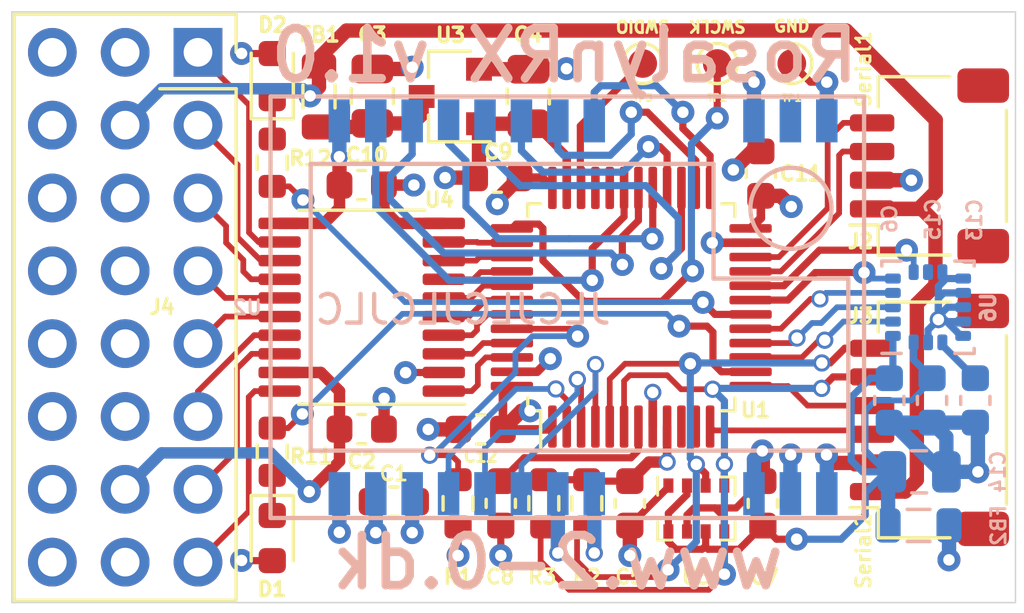
<source format=kicad_pcb>
(kicad_pcb (version 20171130) (host pcbnew 5.1.8-db9833491~87~ubuntu20.04.1)
  (title_block (title RosalynRX) (date 2020-11-23) (rev v1.0) (company www.2-0.dk))
  (layers (0 F.Cu signal) (1 In1.Cu signal) (2 In2.Cu signal) (31 B.Cu signal) (34 B.Paste user) (35 F.Paste user) (36 B.SilkS user) (37 F.SilkS user) (38 B.Mask user) (39 F.Mask user) (44 Edge.Cuts user))
  (net 0 "")
  (net 1 GND)
  (net 2 +3V3)
  (net 3 pwm_ch8)
  (net 4 pwm_ch7)
  (net 5 pwm_ch6)
  (net 6 pwm_ch5)
  (net 7 pwm_ch4)
  (net 8 pwm_ch3)
  (net 9 pwm_ch2)
  (net 10 pwm_ch1)
  (net 11 +5V)
  (net 12 nrst)
  (net 13 i2c_sda)
  (net 14 i2c_scl)
  (net 15 "Net-(D1-Pad1)")
  (net 16 "Net-(D2-Pad1)")
  (net 17 hmi_error)
  (net 18 hmi_status)
  (net 19 swdio)
  (net 20 swclk)
  (net 21 uart3_tx)
  (net 22 uart3_rx)
  (net 23 "Net-(J4-Pad1)")
  (net 24 "Net-(J4-Pad2)")
  (net 25 "Net-(J4-Pad3)")
  (net 26 "Net-(J4-Pad4)")
  (net 27 "Net-(J4-Pad5)")
  (net 28 "Net-(J4-Pad6)")
  (net 29 "Net-(J4-Pad7)")
  (net 30 "Net-(J4-Pad8)")
  (net 31 boot0)
  (net 32 spi1_sck)
  (net 33 spi1_mosi)
  (net 34 spi1_miso)
  (net 35 spi2_sck)
  (net 36 spi2_miso)
  (net 37 spi2_mosi)
  (net 38 icm_int)
  (net 39 icm_nss)
  (net 40 uart2_tx)
  (net 41 uart2_rx)
  (net 42 "Net-(C3-Pad2)")
  (net 43 "Net-(C13-Pad1)")
  (net 44 "Net-(C14-Pad1)")
  (net 45 radio_dio2)
  (net 46 radio_txen)
  (net 47 radio_rxen)
  (net 48 radio_nss)
  (net 49 radio_nrst)
  (net 50 radio_busy)
  (net 51 radio_dio1)
  (module Capacitor_SMD:C_0805_2012Metric (layer B.Cu) (at 150.64 105.74)
    (fp_text reference C14 (at 2.75 0 90) (layer B.SilkS) (effects (font (size 0.5 0.5) (thickness 0.1)) (justify mirror)))
    (fp_text value 2,2u)
    (pad 1 smd roundrect (at -0.95 0) (size 1 1.45) (layers B.Cu B.Paste B.Mask) (net 44 "Net-(C14-Pad1)"))
    (pad 2 smd roundrect (at 0.95 0) (size 1 1.45) (layers B.Cu B.Paste B.Mask) (net 1 GND))
  )
  (module Capacitor_SMD:C_0603_1608Metric (layer B.Cu) (at 151.09 103.25 270)
    (fp_text reference C15 (at -6.31 -0.03 90) (layer B.SilkS) (effects (font (size 0.5 0.5) (thickness 0.1)) (justify mirror)))
    (fp_text value 10n)
    (pad 2 smd roundrect (at 0.775 0 270) (size 0.9 0.95) (layers B.Cu B.Paste B.Mask) (net 1 GND))
    (pad 1 smd roundrect (at -0.775 0 270) (size 0.9 0.95) (layers B.Cu B.Paste B.Mask) (net 44 "Net-(C14-Pad1)"))
  )
  (module Capacitor_SMD:C_0603_1608Metric (layer B.Cu) (at 149.6 103.25 270)
    (fp_text reference C6 (at -6.33 -0.01 90) (layer B.SilkS) (effects (font (size 0.5 0.5) (thickness 0.1)) (justify mirror)))
    (fp_text value 100n)
    (pad 2 smd roundrect (at 0.775 0 270) (size 0.9 0.95) (layers B.Cu B.Paste B.Mask) (net 1 GND))
    (pad 1 smd roundrect (at -0.775 0 270) (size 0.9 0.95) (layers B.Cu B.Paste B.Mask) (net 44 "Net-(C14-Pad1)"))
  )
  (module Inductor_SMD:L_0805_2012Metric (layer B.Cu) (at 150.62 107.61)
    (fp_text reference FB2 (at 2.79 0 270) (layer B.SilkS) (effects (font (size 0.5 0.5) (thickness 0.1)) (justify mirror)))
    (fp_text value Ferrite_Bead)
    (pad 2 smd roundrect (at 1.0625 0) (size 0.875 1.2) (layers B.Cu B.Paste B.Mask) (net 2 +3V3))
    (pad 1 smd roundrect (at -1.0625 0) (size 0.875 1.2) (layers B.Cu B.Paste B.Mask) (net 44 "Net-(C14-Pad1)"))
  )
  (module rosalyn-rx:E22-EBYTE (layer B.Cu) (at 139.42 100)
    (fp_text reference U2 (at -12.21 0.01) (layer B.SilkS) (effects (font (size 0.5 0.5) (thickness 0.1)) (justify mirror)))
    (fp_text value E22-EBYTE hide)
    (pad 1 smd rect (at 8 6.5) (size 0.75 1.5) (layers B.Cu B.Paste B.Mask) (net 1 GND))
    (pad 2 smd rect (at 6.73 6.5) (size 0.75 1.5) (layers B.Cu B.Paste B.Mask) (net 1 GND))
    (pad 3 smd rect (at 5.46 6.5) (size 0.75 1.5) (layers B.Cu B.Paste B.Mask) (net 1 GND))
    (pad 4 smd rect (at -0.11 6.5) (size 0.75 1.5) (layers B.Cu B.Paste B.Mask) (net 1 GND))
    (pad 5 smd rect (at -1.38 6.5) (size 0.75 1.5) (layers B.Cu B.Paste B.Mask) (net 1 GND))
    (pad 6 smd rect (at -2.65 6.5) (size 0.75 1.5) (layers B.Cu B.Paste B.Mask) (net 47 radio_rxen))
    (pad 7 smd rect (at -3.92 6.5) (size 0.75 1.5) (layers B.Cu B.Paste B.Mask) (net 46 radio_txen))
    (pad 8 smd rect (at -5.19 6.5) (size 0.75 1.5) (layers B.Cu B.Paste B.Mask) (net 45 radio_dio2))
    (pad 9 smd rect (at -6.46 6.5) (size 0.75 1.5) (layers B.Cu B.Paste B.Mask) (net 2 +3V3))
    (pad 10 smd rect (at -7.73 6.5) (size 0.75 1.5) (layers B.Cu B.Paste B.Mask) (net 1 GND))
    (pad 11 smd rect (at -9 6.5) (size 0.75 1.5) (layers B.Cu B.Paste B.Mask) (net 1 GND))
    (pad 12 smd rect (at -9 -6.5) (size 0.75 1.5) (layers B.Cu B.Paste B.Mask) (net 1 GND))
    (pad 13 smd rect (at -7.73 -6.5) (size 0.75 1.5) (layers B.Cu B.Paste B.Mask) (net 51 radio_dio1))
    (pad 14 smd rect (at -6.46 -6.5) (size 0.75 1.5) (layers B.Cu B.Paste B.Mask) (net 50 radio_busy))
    (pad 15 smd rect (at -5.19 -6.5) (size 0.75 1.5) (layers B.Cu B.Paste B.Mask) (net 49 radio_nrst))
    (pad 16 smd rect (at -3.92 -6.5) (size 0.75 1.5) (layers B.Cu B.Paste B.Mask) (net 36 spi2_miso))
    (pad 17 smd rect (at -2.65 -6.5) (size 0.75 1.5) (layers B.Cu B.Paste B.Mask) (net 37 spi2_mosi))
    (pad 18 smd rect (at -1.38 -6.5) (size 0.75 1.5) (layers B.Cu B.Paste B.Mask) (net 35 spi2_sck))
    (pad 19 smd rect (at -0.11 -6.5) (size 0.75 1.5) (layers B.Cu B.Paste B.Mask) (net 48 radio_nss))
    (pad 20 smd rect (at 5.46 -6.5) (size 0.75 1.5) (layers B.Cu B.Paste B.Mask) (net 1 GND))
    (pad 21 smd rect (at 6.73 -6.5) (size 0.75 1.5) (layers B.Cu B.Paste B.Mask))
    (pad 22 smd rect (at 8 -6.5) (size 0.75 1.5) (layers B.Cu B.Paste B.Mask) (net 1 GND))
  )
  (module rosalyn-rx:JST_SH_SM06B-SRSS-TB_1x06-1MP_P1.00mm_Horizontal (layer F.Cu) (at 151 103.93 90)
    (fp_text reference J3 (at 3.63 -2.4 180) (layer F.SilkS) (effects (font (size 0.5 0.5) (thickness 0.125))))
    (fp_text value Serial2)
    (pad MP smd roundrect (at 3.8 1.875 90) (size 1.2 1.8) (layers F.Cu F.Paste F.Mask) (roundrect_rratio 0.2083325))
    (pad MP smd roundrect (at -3.8 1.875 90) (size 1.2 1.8) (layers F.Cu F.Paste F.Mask) (roundrect_rratio 0.2083325))
    (pad 6 smd roundrect (at 2.5 -2 90) (size 0.6 1.55) (layers F.Cu F.Paste F.Mask) (net 13 i2c_sda))
    (pad 5 smd roundrect (at 1.5 -2 90) (size 0.6 1.55) (layers F.Cu F.Paste F.Mask) (net 14 i2c_scl))
    (pad 4 smd roundrect (at 0.5 -2 90) (size 0.6 1.55) (layers F.Cu F.Paste F.Mask) (net 41 uart2_rx))
    (pad 3 smd roundrect (at -0.5 -2 90) (size 0.6 1.55) (layers F.Cu F.Paste F.Mask) (net 40 uart2_tx))
    (pad 2 smd roundrect (at -1.5 -2 90) (size 0.6 1.55) (layers F.Cu F.Paste F.Mask) (net 1 GND))
    (pad 1 smd roundrect (at -2.5 -2 90) (size 0.6 1.55) (layers F.Cu F.Paste F.Mask) (net 11 +5V))
  )
  (module rosalyn-rx:LGA-16_3x3mm_P0.5mm_LayoutBorder3x5y (layer B.Cu) (at 150.95 100)
    (fp_text reference U6 (at 2.1 0.01 90) (layer B.SilkS) (effects (font (size 0.5 0.5) (thickness 0.125)) (justify mirror)))
    (fp_text value ICM-20602)
    (pad 1 smd roundrect (at -1.225 1) (size 0.55 0.35) (layers B.Cu B.Paste B.Mask) (net 44 "Net-(C14-Pad1)"))
    (pad 2 smd roundrect (at -1.225 0.5) (size 0.55 0.35) (layers B.Cu B.Paste B.Mask) (net 32 spi1_sck))
    (pad 3 smd roundrect (at -1.225 0) (size 0.55 0.35) (layers B.Cu B.Paste B.Mask) (net 33 spi1_mosi))
    (pad 4 smd roundrect (at -1.225 -0.5) (size 0.55 0.35) (layers B.Cu B.Paste B.Mask) (net 34 spi1_miso))
    (pad 5 smd roundrect (at -1.225 -1) (size 0.55 0.35) (layers B.Cu B.Paste B.Mask) (net 39 icm_nss))
    (pad 6 smd roundrect (at -0.5 -1.225) (size 0.35 0.55) (layers B.Cu B.Paste B.Mask) (net 38 icm_int))
    (pad 7 smd roundrect (at 0 -1.225) (size 0.35 0.55) (layers B.Cu B.Paste B.Mask))
    (pad 8 smd roundrect (at 0.5 -1.225) (size 0.35 0.55) (layers B.Cu B.Paste B.Mask) (net 1 GND))
    (pad 9 smd roundrect (at 1.225 -1) (size 0.55 0.35) (layers B.Cu B.Paste B.Mask) (net 1 GND))
    (pad 10 smd roundrect (at 1.225 -0.5) (size 0.55 0.35) (layers B.Cu B.Paste B.Mask) (net 1 GND))
    (pad 11 smd roundrect (at 1.225 0) (size 0.55 0.35) (layers B.Cu B.Paste B.Mask) (net 1 GND))
    (pad 12 smd roundrect (at 1.225 0.5) (size 0.55 0.35) (layers B.Cu B.Paste B.Mask) (net 1 GND))
    (pad 13 smd roundrect (at 1.225 1) (size 0.55 0.35) (layers B.Cu B.Paste B.Mask) (net 1 GND))
    (pad 14 smd roundrect (at 0.5 1.225) (size 0.35 0.55) (layers B.Cu B.Paste B.Mask) (net 43 "Net-(C13-Pad1)"))
    (pad 15 smd roundrect (at 0 1.225) (size 0.35 0.55) (layers B.Cu B.Paste B.Mask) (net 1 GND))
    (pad 16 smd roundrect (at -0.5 1.225) (size 0.35 0.55) (layers B.Cu B.Paste B.Mask) (net 44 "Net-(C14-Pad1)"))
  )
  (module rosalyn-rx:PWM_3x08_P2.54mm_Vertical (layer F.Cu) (at 122.95 100)
    (fp_text reference J4 (at 1.29 -0.01 180) (layer F.SilkS) (effects (font (size 0.5 0.5) (thickness 0.125))))
    (fp_text value PWM)
    (pad 10 thru_hole oval (at -2.54 8.89) (size 1.7 1.7) (drill 1) (layers *.Cu *.Mask) (net 1 GND))
    (pad 10 thru_hole oval (at -2.54 -8.89) (size 1.7 1.7) (drill 1) (layers *.Cu *.Mask) (net 1 GND))
    (pad 10 thru_hole oval (at -2.54 6.35) (size 1.7 1.7) (drill 1) (layers *.Cu *.Mask) (net 1 GND))
    (pad 10 thru_hole oval (at -2.54 3.81) (size 1.7 1.7) (drill 1) (layers *.Cu *.Mask) (net 1 GND))
    (pad 10 thru_hole oval (at -2.54 1.27) (size 1.7 1.7) (drill 1) (layers *.Cu *.Mask) (net 1 GND))
    (pad 10 thru_hole oval (at -2.54 -1.27) (size 1.7 1.7) (drill 1) (layers *.Cu *.Mask) (net 1 GND))
    (pad 10 thru_hole oval (at -2.54 -3.81) (size 1.7 1.7) (drill 1) (layers *.Cu *.Mask) (net 1 GND))
    (pad 10 thru_hole oval (at -2.54 -6.35) (size 1.7 1.7) (drill 1) (layers *.Cu *.Mask) (net 1 GND))
    (pad 9 thru_hole oval (at 0 -8.89) (size 1.7 1.7) (drill 1) (layers *.Cu *.Mask) (net 11 +5V))
    (pad 9 thru_hole oval (at 0 -6.35) (size 1.7 1.7) (drill 1) (layers *.Cu *.Mask) (net 11 +5V))
    (pad 9 thru_hole oval (at 0 -3.81) (size 1.7 1.7) (drill 1) (layers *.Cu *.Mask) (net 11 +5V))
    (pad 9 thru_hole oval (at 0 -1.27) (size 1.7 1.7) (drill 1) (layers *.Cu *.Mask) (net 11 +5V))
    (pad 9 thru_hole oval (at 0 1.27) (size 1.7 1.7) (drill 1) (layers *.Cu *.Mask) (net 11 +5V))
    (pad 9 thru_hole oval (at 0 3.81) (size 1.7 1.7) (drill 1) (layers *.Cu *.Mask) (net 11 +5V))
    (pad 9 thru_hole oval (at 0 6.35) (size 1.7 1.7) (drill 1) (layers *.Cu *.Mask) (net 11 +5V))
    (pad 9 thru_hole oval (at 0 8.89) (size 1.7 1.7) (drill 1) (layers *.Cu *.Mask) (net 11 +5V))
    (pad 1 thru_hole rect (at 2.54 -8.89) (size 1.7 1.7) (drill 1) (layers *.Cu *.Mask) (net 23 "Net-(J4-Pad1)"))
    (pad 2 thru_hole oval (at 2.54 -6.35) (size 1.7 1.7) (drill 1) (layers *.Cu *.Mask) (net 24 "Net-(J4-Pad2)"))
    (pad 3 thru_hole oval (at 2.54 -3.81) (size 1.7 1.7) (drill 1) (layers *.Cu *.Mask) (net 25 "Net-(J4-Pad3)"))
    (pad 4 thru_hole oval (at 2.54 -1.27) (size 1.7 1.7) (drill 1) (layers *.Cu *.Mask) (net 26 "Net-(J4-Pad4)"))
    (pad 5 thru_hole oval (at 2.54 1.27) (size 1.7 1.7) (drill 1) (layers *.Cu *.Mask) (net 27 "Net-(J4-Pad5)"))
    (pad 6 thru_hole oval (at 2.54 3.81) (size 1.7 1.7) (drill 1) (layers *.Cu *.Mask) (net 28 "Net-(J4-Pad6)"))
    (pad 7 thru_hole oval (at 2.54 6.35) (size 1.7 1.7) (drill 1) (layers *.Cu *.Mask) (net 29 "Net-(J4-Pad7)"))
    (pad 8 thru_hole oval (at 2.54 8.89) (size 1.7 1.7) (drill 1) (layers *.Cu *.Mask) (net 30 "Net-(J4-Pad8)"))
  )
  (module rosalyn-rx:JST_SH_SM04B-SRSS-TB_1x04-1MP_P1.00mm_Horizontal (layer F.Cu) (at 151 95.07 90)
    (fp_text reference J2 (at -2.63 -2.4 180) (layer F.SilkS) (effects (font (size 0.5 0.5) (thickness 0.125))))
    (fp_text value Serial1)
    (pad MP smd roundrect (at 2.8 1.875 90) (size 1.2 1.8) (layers F.Cu F.Paste F.Mask) (roundrect_rratio 0.2083325))
    (pad MP smd roundrect (at -2.8 1.875 90) (size 1.2 1.8) (layers F.Cu F.Paste F.Mask) (roundrect_rratio 0.2083325))
    (pad 4 smd roundrect (at 1.5 -2 90) (size 0.6 1.55) (layers F.Cu F.Paste F.Mask) (net 22 uart3_rx))
    (pad 3 smd roundrect (at 0.5 -2 90) (size 0.6 1.55) (layers F.Cu F.Paste F.Mask) (net 21 uart3_tx))
    (pad 2 smd roundrect (at -0.5 -2 90) (size 0.6 1.55) (layers F.Cu F.Paste F.Mask) (net 1 GND))
    (pad 1 smd roundrect (at -1.5 -2 90) (size 0.6 1.55) (layers F.Cu F.Paste F.Mask) (net 11 +5V))
  )
  (module Resistor_SMD:R_0603_1608Metric (layer F.Cu) (at 128.08 94.96 270)
    (fp_text reference R12 (at -0.16 -1.33 180) (layer F.SilkS) (effects (font (size 0.5 0.5) (thickness 0.125))))
    (fp_text value 1k)
    (pad 2 smd roundrect (at 0.825 0 270) (size 0.8 0.95) (layers F.Cu F.Paste F.Mask) (net 18 hmi_status))
    (pad 1 smd roundrect (at -0.825 0 270) (size 0.8 0.95) (layers F.Cu F.Paste F.Mask) (net 16 "Net-(D2-Pad1)"))
  )
  (module Resistor_SMD:R_0603_1608Metric (layer F.Cu) (at 128.08 105.04 90)
    (fp_text reference R11 (at -0.16 1.36 180) (layer F.SilkS) (effects (font (size 0.5 0.5) (thickness 0.125))))
    (fp_text value 1k)
    (pad 2 smd roundrect (at 0.825 0 90) (size 0.8 0.95) (layers F.Cu F.Paste F.Mask) (net 17 hmi_error))
    (pad 1 smd roundrect (at -0.825 0 90) (size 0.8 0.95) (layers F.Cu F.Paste F.Mask) (net 15 "Net-(D1-Pad1)"))
  )
  (module LED_SMD:LED_0603_1608Metric (layer F.Cu) (at 128.08 91.94 90)
    (fp_text reference D2 (at 1.79 0.01 180) (layer F.SilkS) (effects (font (size 0.5 0.5) (thickness 0.125))))
    (fp_text value LED)
    (pad 2 smd roundrect (at 0.7875 0 90) (size 0.875 0.95) (layers F.Cu F.Paste F.Mask) (net 2 +3V3))
    (pad 1 smd roundrect (at -0.7875 0 90) (size 0.875 0.95) (layers F.Cu F.Paste F.Mask) (net 16 "Net-(D2-Pad1)"))
  )
  (module LED_SMD:LED_0603_1608Metric (layer F.Cu) (at 128.08 108.05 270)
    (fp_text reference D1 (at 1.78 0.01) (layer F.SilkS) (effects (font (size 0.5 0.5) (thickness 0.125))))
    (fp_text value LED)
    (pad 2 smd roundrect (at 0.7875 0 270) (size 0.875 0.95) (layers F.Cu F.Paste F.Mask) (net 2 +3V3))
    (pad 1 smd roundrect (at -0.7875 0 270) (size 0.875 0.95) (layers F.Cu F.Paste F.Mask) (net 15 "Net-(D1-Pad1)"))
  )
  (module Capacitor_SMD:C_0603_1608Metric (layer F.Cu) (at 145.19 106.84 90)
    (fp_text reference C7 (at -2.56 0.06 180) (layer F.SilkS) (effects (font (size 0.5 0.5) (thickness 0.125))))
    (fp_text value 100n)
    (pad 2 smd roundrect (at 0.775 0 90) (size 0.9 0.95) (layers F.Cu F.Paste F.Mask) (net 1 GND))
    (pad 1 smd roundrect (at -0.775 0 90) (size 0.9 0.95) (layers F.Cu F.Paste F.Mask) (net 44 "Net-(C14-Pad1)"))
  )
  (module Capacitor_SMD:C_0603_1608Metric (layer F.Cu) (at 140.55 106.84 270)
    (fp_text reference C5 (at 2.56 0.01 180) (layer F.SilkS) (effects (font (size 0.5 0.5) (thickness 0.1))))
    (fp_text value 100n)
    (pad 2 smd roundrect (at 0.775 0 270) (size 0.9 0.95) (layers F.Cu F.Paste F.Mask) (net 1 GND))
    (pad 1 smd roundrect (at -0.775 0 270) (size 0.9 0.95) (layers F.Cu F.Paste F.Mask) (net 2 +3V3))
  )
  (module Package_TO_SOT_SMD:SOT-23 (layer F.Cu) (at 134.29 92.65 180)
    (fp_text reference U3 (at -0.01 2.14) (layer F.SilkS) (effects (font (size 0.5 0.5) (thickness 0.125))))
    (fp_text value XC6206P330MR)
    (pad 3 smd rect (at 1 0 180) (size 0.9 0.8) (layers F.Cu F.Paste F.Mask) (net 42 "Net-(C3-Pad2)"))
    (pad 2 smd rect (at -1 0.95 180) (size 0.9 0.8) (layers F.Cu F.Paste F.Mask) (net 2 +3V3))
    (pad 1 smd rect (at -1 -0.95 180) (size 0.9 0.8) (layers F.Cu F.Paste F.Mask) (net 1 GND))
  )
  (module Capacitor_SMD:C_0805_2012Metric (layer F.Cu) (at 137.01 92.65 90)
    (fp_text reference C4 (at 2.15 -0.01 180) (layer F.SilkS) (effects (font (size 0.5 0.5) (thickness 0.125))))
    (fp_text value 10u)
    (pad 2 smd roundrect (at 0.95 0 90) (size 1 1.45) (layers F.Cu F.Paste F.Mask) (net 2 +3V3))
    (pad 1 smd roundrect (at -0.95 0 90) (size 1 1.45) (layers F.Cu F.Paste F.Mask) (net 1 GND))
  )
  (module Capacitor_SMD:C_0805_2012Metric (layer F.Cu) (at 131.57 92.64 270)
    (fp_text reference C3 (at -2.14 0 180) (layer F.SilkS) (effects (font (size 0.5 0.5) (thickness 0.125))))
    (fp_text value 4,7u)
    (pad 2 smd roundrect (at 0.95 0 270) (size 1 1.45) (layers F.Cu F.Paste F.Mask) (net 42 "Net-(C3-Pad2)"))
    (pad 1 smd roundrect (at -0.95 0 270) (size 1 1.45) (layers F.Cu F.Paste F.Mask) (net 1 GND))
  )
  (module Capacitor_SMD:C_0603_1608Metric (layer F.Cu) (at 132.32 106.78 180)
    (fp_text reference C1 (at 0 0.98) (layer F.SilkS) (effects (font (size 0.5 0.5) (thickness 0.1))))
    (fp_text value 100n)
    (pad 2 smd roundrect (at 0.775 0 180) (size 0.9 0.95) (layers F.Cu F.Paste F.Mask) (net 1 GND))
    (pad 1 smd roundrect (at -0.775 0 180) (size 0.9 0.95) (layers F.Cu F.Paste F.Mask) (net 2 +3V3))
  )
  (module Capacitor_SMD:C_0603_1608Metric (layer F.Cu) (at 136.05 106.84 270)
    (fp_text reference C8 (at 2.56 0.02 180) (layer F.SilkS) (effects (font (size 0.5 0.5) (thickness 0.1))))
    (fp_text value 100n)
    (pad 1 smd roundrect (at -0.775 0 270) (size 0.9 0.95) (layers F.Cu F.Paste F.Mask) (net 12 nrst))
    (pad 2 smd roundrect (at 0.775 0 270) (size 0.9 0.95) (layers F.Cu F.Paste F.Mask) (net 1 GND))
  )
  (module Package_QFP:LQFP-48_7x7mm_P0.5mm (layer F.Cu) (at 140.6 100 90)
    (fp_text reference U1 (at -3.59 4.33 180) (layer F.SilkS) (effects (font (size 0.5 0.5) (thickness 0.125))))
    (fp_text value STM32F303CCTx)
    (pad 1 smd roundrect (at -4.1625 -2.75 90) (size 1.475 0.3) (layers F.Cu F.Paste F.Mask) (net 2 +3V3))
    (pad 2 smd roundrect (at -4.1625 -2.25 90) (size 1.475 0.3) (layers F.Cu F.Paste F.Mask) (net 45 radio_dio2))
    (pad 3 smd roundrect (at -4.1625 -1.75 90) (size 1.475 0.3) (layers F.Cu F.Paste F.Mask) (net 46 radio_txen))
    (pad 4 smd roundrect (at -4.1625 -1.25 90) (size 1.475 0.3) (layers F.Cu F.Paste F.Mask) (net 47 radio_rxen))
    (pad 5 smd roundrect (at -4.1625 -0.75 90) (size 1.475 0.3) (layers F.Cu F.Paste F.Mask) (net 13 i2c_sda))
    (pad 6 smd roundrect (at -4.1625 -0.25 90) (size 1.475 0.3) (layers F.Cu F.Paste F.Mask) (net 14 i2c_scl))
    (pad 7 smd roundrect (at -4.1625 0.25 90) (size 1.475 0.3) (layers F.Cu F.Paste F.Mask) (net 12 nrst))
    (pad 8 smd roundrect (at -4.1625 0.75 90) (size 1.475 0.3) (layers F.Cu F.Paste F.Mask) (net 1 GND))
    (pad 9 smd roundrect (at -4.1625 1.25 90) (size 1.475 0.3) (layers F.Cu F.Paste F.Mask) (net 2 +3V3))
    (pad 10 smd roundrect (at -4.1625 1.75 90) (size 1.475 0.3) (layers F.Cu F.Paste F.Mask))
    (pad 11 smd roundrect (at -4.1625 2.25 90) (size 1.475 0.3) (layers F.Cu F.Paste F.Mask))
    (pad 12 smd roundrect (at -4.1625 2.75 90) (size 1.475 0.3) (layers F.Cu F.Paste F.Mask) (net 40 uart2_tx))
    (pad 13 smd roundrect (at -2.75 4.1625 90) (size 0.3 1.475) (layers F.Cu F.Paste F.Mask) (net 41 uart2_rx))
    (pad 14 smd roundrect (at -2.25 4.1625 90) (size 0.3 1.475) (layers F.Cu F.Paste F.Mask) (net 17 hmi_error))
    (pad 15 smd roundrect (at -1.75 4.1625 90) (size 0.3 1.475) (layers F.Cu F.Paste F.Mask) (net 32 spi1_sck))
    (pad 16 smd roundrect (at -1.25 4.1625 90) (size 0.3 1.475) (layers F.Cu F.Paste F.Mask) (net 33 spi1_mosi))
    (pad 17 smd roundrect (at -0.75 4.1625 90) (size 0.3 1.475) (layers F.Cu F.Paste F.Mask) (net 34 spi1_miso))
    (pad 18 smd roundrect (at -0.25 4.1625 90) (size 0.3 1.475) (layers F.Cu F.Paste F.Mask) (net 18 hmi_status))
    (pad 19 smd roundrect (at 0.25 4.1625 90) (size 0.3 1.475) (layers F.Cu F.Paste F.Mask) (net 39 icm_nss))
    (pad 20 smd roundrect (at 0.75 4.1625 90) (size 0.3 1.475) (layers F.Cu F.Paste F.Mask) (net 38 icm_int))
    (pad 21 smd roundrect (at 1.25 4.1625 90) (size 0.3 1.475) (layers F.Cu F.Paste F.Mask) (net 21 uart3_tx))
    (pad 22 smd roundrect (at 1.75 4.1625 90) (size 0.3 1.475) (layers F.Cu F.Paste F.Mask) (net 22 uart3_rx))
    (pad 23 smd roundrect (at 2.25 4.1625 90) (size 0.3 1.475) (layers F.Cu F.Paste F.Mask) (net 1 GND))
    (pad 24 smd roundrect (at 2.75 4.1625 90) (size 0.3 1.475) (layers F.Cu F.Paste F.Mask) (net 2 +3V3))
    (pad 25 smd roundrect (at 4.1625 2.75 90) (size 1.475 0.3) (layers F.Cu F.Paste F.Mask) (net 48 radio_nss))
    (pad 26 smd roundrect (at 4.1625 2.25 90) (size 1.475 0.3) (layers F.Cu F.Paste F.Mask) (net 35 spi2_sck))
    (pad 27 smd roundrect (at 4.1625 1.75 90) (size 1.475 0.3) (layers F.Cu F.Paste F.Mask) (net 36 spi2_miso))
    (pad 28 smd roundrect (at 4.1625 1.25 90) (size 1.475 0.3) (layers F.Cu F.Paste F.Mask) (net 37 spi2_mosi))
    (pad 29 smd roundrect (at 4.1625 0.75 90) (size 1.475 0.3) (layers F.Cu F.Paste F.Mask) (net 49 radio_nrst))
    (pad 30 smd roundrect (at 4.1625 0.25 90) (size 1.475 0.3) (layers F.Cu F.Paste F.Mask) (net 50 radio_busy))
    (pad 31 smd roundrect (at 4.1625 -0.25 90) (size 1.475 0.3) (layers F.Cu F.Paste F.Mask) (net 51 radio_dio1))
    (pad 32 smd roundrect (at 4.1625 -0.75 90) (size 1.475 0.3) (layers F.Cu F.Paste F.Mask))
    (pad 33 smd roundrect (at 4.1625 -1.25 90) (size 1.475 0.3) (layers F.Cu F.Paste F.Mask))
    (pad 34 smd roundrect (at 4.1625 -1.75 90) (size 1.475 0.3) (layers F.Cu F.Paste F.Mask) (net 19 swdio))
    (pad 35 smd roundrect (at 4.1625 -2.25 90) (size 1.475 0.3) (layers F.Cu F.Paste F.Mask) (net 1 GND))
    (pad 36 smd roundrect (at 4.1625 -2.75 90) (size 1.475 0.3) (layers F.Cu F.Paste F.Mask) (net 2 +3V3))
    (pad 37 smd roundrect (at 2.75 -4.1625 90) (size 0.3 1.475) (layers F.Cu F.Paste F.Mask) (net 20 swclk))
    (pad 38 smd roundrect (at 2.25 -4.1625 90) (size 0.3 1.475) (layers F.Cu F.Paste F.Mask) (net 10 pwm_ch1))
    (pad 39 smd roundrect (at 1.75 -4.1625 90) (size 0.3 1.475) (layers F.Cu F.Paste F.Mask) (net 9 pwm_ch2))
    (pad 40 smd roundrect (at 1.25 -4.1625 90) (size 0.3 1.475) (layers F.Cu F.Paste F.Mask) (net 8 pwm_ch3))
    (pad 41 smd roundrect (at 0.75 -4.1625 90) (size 0.3 1.475) (layers F.Cu F.Paste F.Mask) (net 7 pwm_ch4))
    (pad 42 smd roundrect (at 0.25 -4.1625 90) (size 0.3 1.475) (layers F.Cu F.Paste F.Mask) (net 6 pwm_ch5))
    (pad 43 smd roundrect (at -0.25 -4.1625 90) (size 0.3 1.475) (layers F.Cu F.Paste F.Mask) (net 5 pwm_ch6))
    (pad 44 smd roundrect (at -0.75 -4.1625 90) (size 0.3 1.475) (layers F.Cu F.Paste F.Mask) (net 31 boot0))
    (pad 45 smd roundrect (at -1.25 -4.1625 90) (size 0.3 1.475) (layers F.Cu F.Paste F.Mask) (net 4 pwm_ch7))
    (pad 46 smd roundrect (at -1.75 -4.1625 90) (size 0.3 1.475) (layers F.Cu F.Paste F.Mask) (net 3 pwm_ch8))
    (pad 47 smd roundrect (at -2.25 -4.1625 90) (size 0.3 1.475) (layers F.Cu F.Paste F.Mask) (net 1 GND))
    (pad 48 smd roundrect (at -2.75 -4.1625 90) (size 0.3 1.475) (layers F.Cu F.Paste F.Mask) (net 2 +3V3))
  )
  (module Package_SO:TSSOP-20_4.4x6.5mm_P0.65mm (layer F.Cu) (at 131.2 100 180)
    (fp_text reference U4 (at -2.71 3.75) (layer F.SilkS) (effects (font (size 0.5 0.5) (thickness 0.125))))
    (fp_text value TXS0108EPW)
    (pad 1 smd roundrect (at -2.8625 -2.925 180) (size 1.475 0.4) (layers F.Cu F.Paste F.Mask) (net 3 pwm_ch8))
    (pad 2 smd roundrect (at -2.8625 -2.275 180) (size 1.475 0.4) (layers F.Cu F.Paste F.Mask) (net 2 +3V3))
    (pad 3 smd roundrect (at -2.8625 -1.625 180) (size 1.475 0.4) (layers F.Cu F.Paste F.Mask) (net 4 pwm_ch7))
    (pad 4 smd roundrect (at -2.8625 -0.975 180) (size 1.475 0.4) (layers F.Cu F.Paste F.Mask) (net 5 pwm_ch6))
    (pad 5 smd roundrect (at -2.8625 -0.325 180) (size 1.475 0.4) (layers F.Cu F.Paste F.Mask) (net 6 pwm_ch5))
    (pad 6 smd roundrect (at -2.8625 0.325 180) (size 1.475 0.4) (layers F.Cu F.Paste F.Mask) (net 7 pwm_ch4))
    (pad 7 smd roundrect (at -2.8625 0.975 180) (size 1.475 0.4) (layers F.Cu F.Paste F.Mask) (net 8 pwm_ch3))
    (pad 8 smd roundrect (at -2.8625 1.625 180) (size 1.475 0.4) (layers F.Cu F.Paste F.Mask) (net 9 pwm_ch2))
    (pad 9 smd roundrect (at -2.8625 2.275 180) (size 1.475 0.4) (layers F.Cu F.Paste F.Mask) (net 10 pwm_ch1))
    (pad 10 smd roundrect (at -2.8625 2.925 180) (size 1.475 0.4) (layers F.Cu F.Paste F.Mask) (net 2 +3V3))
    (pad 11 smd roundrect (at 2.8625 2.925 180) (size 1.475 0.4) (layers F.Cu F.Paste F.Mask) (net 1 GND))
    (pad 12 smd roundrect (at 2.8625 2.275 180) (size 1.475 0.4) (layers F.Cu F.Paste F.Mask) (net 23 "Net-(J4-Pad1)"))
    (pad 13 smd roundrect (at 2.8625 1.625 180) (size 1.475 0.4) (layers F.Cu F.Paste F.Mask) (net 24 "Net-(J4-Pad2)"))
    (pad 14 smd roundrect (at 2.8625 0.975 180) (size 1.475 0.4) (layers F.Cu F.Paste F.Mask) (net 25 "Net-(J4-Pad3)"))
    (pad 15 smd roundrect (at 2.8625 0.325 180) (size 1.475 0.4) (layers F.Cu F.Paste F.Mask) (net 26 "Net-(J4-Pad4)"))
    (pad 16 smd roundrect (at 2.8625 -0.325 180) (size 1.475 0.4) (layers F.Cu F.Paste F.Mask) (net 27 "Net-(J4-Pad5)"))
    (pad 17 smd roundrect (at 2.8625 -0.975 180) (size 1.475 0.4) (layers F.Cu F.Paste F.Mask) (net 28 "Net-(J4-Pad6)"))
    (pad 18 smd roundrect (at 2.8625 -1.625 180) (size 1.475 0.4) (layers F.Cu F.Paste F.Mask) (net 29 "Net-(J4-Pad7)"))
    (pad 19 smd roundrect (at 2.8625 -2.275 180) (size 1.475 0.4) (layers F.Cu F.Paste F.Mask) (net 11 +5V))
    (pad 20 smd roundrect (at 2.8625 -2.925 180) (size 1.475 0.4) (layers F.Cu F.Paste F.Mask) (net 30 "Net-(J4-Pad8)"))
  )
  (module Package_LGA:Bosch_LGA-8_2x2.5mm_P0.65mm_ClockwisePinNumbering (layer F.Cu) (at 142.87 107.02)
    (fp_text reference U5 (at 0 2.38) (layer F.SilkS) (effects (font (size 0.5 0.5) (thickness 0.1))))
    (fp_text value BMP280)
    (pad 1 smd rect (at -0.975 -0.8 90) (size 0.5 0.35) (layers F.Cu F.Paste F.Mask) (net 1 GND))
    (pad 5 smd rect (at 0.975 0.8 90) (size 0.5 0.35) (layers F.Cu F.Paste F.Mask) (net 1 GND))
    (pad 6 smd rect (at 0.325 0.8 90) (size 0.5 0.35) (layers F.Cu F.Paste F.Mask) (net 44 "Net-(C14-Pad1)"))
    (pad 7 smd rect (at -0.325 0.8 90) (size 0.5 0.35) (layers F.Cu F.Paste F.Mask) (net 1 GND))
    (pad 4 smd rect (at 0.975 -0.8 90) (size 0.5 0.35) (layers F.Cu F.Paste F.Mask) (net 14 i2c_scl))
    (pad 3 smd rect (at 0.325 -0.8 90) (size 0.5 0.35) (layers F.Cu F.Paste F.Mask) (net 13 i2c_sda))
    (pad 2 smd rect (at -0.325 -0.8 90) (size 0.5 0.35) (layers F.Cu F.Paste F.Mask) (net 44 "Net-(C14-Pad1)"))
    (pad 8 smd rect (at -0.975 0.8 90) (size 0.5 0.35) (layers F.Cu F.Paste F.Mask) (net 44 "Net-(C14-Pad1)"))
  )
  (module Resistor_SMD:R_0603_1608Metric (layer F.Cu) (at 134.56 106.84 90)
    (fp_text reference R1 (at -2.56 0 180) (layer F.SilkS) (effects (font (size 0.5 0.5) (thickness 0.125))))
    (fp_text value 100k)
    (pad 1 smd roundrect (at -0.825 0 90) (size 0.8 0.95) (layers F.Cu F.Paste F.Mask) (net 1 GND))
    (pad 2 smd roundrect (at 0.825 0 90) (size 0.8 0.95) (layers F.Cu F.Paste F.Mask) (net 31 boot0))
  )
  (module Capacitor_SMD:C_0603_1608Metric (layer F.Cu) (at 131.2 104.25)
    (fp_text reference C2 (at 0 1.11) (layer F.SilkS) (effects (font (size 0.5 0.5) (thickness 0.125))))
    (fp_text value 100n)
    (pad 2 smd roundrect (at 0.775 0) (size 0.9 0.95) (layers F.Cu F.Paste F.Mask) (net 1 GND))
    (pad 1 smd roundrect (at -0.775 0) (size 0.9 0.95) (layers F.Cu F.Paste F.Mask) (net 11 +5V))
  )
  (module Capacitor_SMD:C_0603_1608Metric (layer F.Cu) (at 135.93 95.48 180)
    (fp_text reference C9 (at -0.03 0.9) (layer F.SilkS) (effects (font (size 0.5 0.5) (thickness 0.125))))
    (fp_text value 100n)
    (pad 1 smd roundrect (at -0.775 0 180) (size 0.9 0.95) (layers F.Cu F.Paste F.Mask) (net 2 +3V3))
    (pad 2 smd roundrect (at 0.775 0 180) (size 0.9 0.95) (layers F.Cu F.Paste F.Mask) (net 1 GND))
  )
  (module Capacitor_SMD:C_0603_1608Metric (layer F.Cu) (at 131.2 95.74 180)
    (fp_text reference C10 (at -0.18 1.04) (layer F.SilkS) (effects (font (size 0.5 0.5) (thickness 0.125))))
    (fp_text value 100n)
    (pad 1 smd roundrect (at -0.775 0 180) (size 0.9 0.95) (layers F.Cu F.Paste F.Mask) (net 2 +3V3))
    (pad 2 smd roundrect (at 0.775 0 180) (size 0.9 0.95) (layers F.Cu F.Paste F.Mask) (net 1 GND))
  )
  (module Capacitor_SMD:C_0603_1608Metric (layer F.Cu) (at 145.12 95.34 90)
    (fp_text reference C11 (at 0 1.4 180) (layer F.SilkS) (effects (font (size 0.5 0.5) (thickness 0.125))))
    (fp_text value 100n)
    (pad 2 smd roundrect (at 0.775 0 90) (size 0.9 0.95) (layers F.Cu F.Paste F.Mask) (net 1 GND))
    (pad 1 smd roundrect (at -0.775 0 90) (size 0.9 0.95) (layers F.Cu F.Paste F.Mask) (net 2 +3V3))
  )
  (module Capacitor_SMD:C_0603_1608Metric (layer F.Cu) (at 135.35 104.26 180)
    (fp_text reference C12 (at 0 -0.94 180) (layer F.SilkS) (effects (font (size 0.4 0.4) (thickness 0.1))))
    (fp_text value 100n)
    (pad 1 smd roundrect (at -0.775 0 180) (size 0.9 0.95) (layers F.Cu F.Paste F.Mask) (net 2 +3V3))
    (pad 2 smd roundrect (at 0.775 0 180) (size 0.9 0.95) (layers F.Cu F.Paste F.Mask) (net 1 GND))
  )
  (module Inductor_SMD:L_0805_2012Metric (layer F.Cu) (at 129.71 92.65 90)
    (fp_text reference FB1 (at 2.16 0.01 180) (layer F.SilkS) (effects (font (size 0.5 0.5) (thickness 0.125))))
    (fp_text value Ferrite_Bead)
    (pad 1 smd roundrect (at -1.0625 0 90) (size 0.875 1.2) (layers F.Cu F.Paste F.Mask) (net 42 "Net-(C3-Pad2)"))
    (pad 2 smd roundrect (at 1.0625 0 90) (size 0.875 1.2) (layers F.Cu F.Paste F.Mask) (net 11 +5V))
  )
  (module TestPoint:TestPoint_Pad_D1.0mm (layer F.Cu) (at 146.2 91.5)
    (fp_text reference TP1 (at 0 1.2) (layer F.SilkS) (effects (font (size 0.25 0.25) (thickness 0.0625))))
    (fp_text value TestPoint)
    (pad 1 smd circle (at 0 0) (size 1 1) (layers F.Cu F.Mask) (net 1 GND))
  )
  (module TestPoint:TestPoint_Pad_D1.0mm (layer F.Cu) (at 143.6 91.5)
    (fp_text reference TP2 (at 0 1.2) (layer F.SilkS) (effects (font (size 0.25 0.25) (thickness 0.0625))))
    (fp_text value TestPoint)
    (pad 1 smd circle (at 0 0) (size 1 1) (layers F.Cu F.Mask) (net 20 swclk))
  )
  (module TestPoint:TestPoint_Pad_D1.0mm (layer F.Cu) (at 141 91.5)
    (fp_text reference TP3 (at 0 1.2) (layer F.SilkS) (effects (font (size 0.25 0.25) (thickness 0.0625))))
    (fp_text value TestPoint)
    (pad 1 smd circle (at 0 0) (size 1 1) (layers F.Cu F.Mask) (net 19 swdio))
  )
  (module Resistor_SMD:R_0603_1608Metric (layer F.Cu) (at 139.05 106.84 90)
    (fp_text reference R2 (at -2.56 0 180) (layer F.SilkS) (effects (font (size 0.5 0.5) (thickness 0.1))))
    (fp_text value 4k7)
    (pad 1 smd roundrect (at -0.825 0 90) (size 0.8 0.95) (layers F.Cu F.Paste F.Mask) (net 13 i2c_sda))
    (pad 2 smd roundrect (at 0.825 0 90) (size 0.8 0.95) (layers F.Cu F.Paste F.Mask) (net 2 +3V3))
  )
  (module Resistor_SMD:R_0603_1608Metric (layer F.Cu) (at 137.55 106.84 90)
    (fp_text reference R3 (at -2.56 -0.05 180) (layer F.SilkS) (effects (font (size 0.5 0.5) (thickness 0.1))))
    (fp_text value 4k7)
    (pad 2 smd roundrect (at 0.825 0 90) (size 0.8 0.95) (layers F.Cu F.Paste F.Mask) (net 2 +3V3))
    (pad 1 smd roundrect (at -0.825 0 90) (size 0.8 0.95) (layers F.Cu F.Paste F.Mask) (net 14 i2c_scl))
  )
  (module Capacitor_SMD:C_0603_1608Metric (layer B.Cu) (at 152.6 103.25 270)
    (fp_text reference C13 (at -6.29 0.03 90) (layer B.SilkS) (effects (font (size 0.5 0.5) (thickness 0.1)) (justify mirror)))
    (fp_text value 100n)
    (pad 1 smd roundrect (at -0.775 0 270) (size 0.9 0.95) (layers B.Cu B.Paste B.Mask) (net 43 "Net-(C13-Pad1)"))
    (pad 2 smd roundrect (at 0.775 0 270) (size 0.9 0.95) (layers B.Cu B.Paste B.Mask) (net 1 GND))
  )
  (gr_text www.2-0.dk (at 138.04 108.9) (layer B.SilkS) (effects (font (size 1.75 1.75) (thickness 0.3)) (justify mirror)))
  (gr_text "RosalynRX v1.0" (at 138.27 91.22) (layer B.SilkS) (effects (font (size 1.75 1.75) (thickness 0.3)) (justify mirror)))
  (gr_text GND (at 146.2 90.2) (layer F.SilkS) (effects (font (size 0.4 0.4) (thickness 0.1))))
  (gr_text SWCLK (at 143.6 90.2 180) (layer F.SilkS) (effects (font (size 0.4 0.4) (thickness 0.1))))
  (gr_text SWDIO (at 141 90.2 180) (layer F.SilkS) (effects (font (size 0.4 0.4) (thickness 0.1))))
  (gr_text Serial2 (at 148.7 108.5 90) (layer F.SilkS) (effects (font (size 0.5 0.5) (thickness 0.1))))
  (gr_text Serial1 (at 148.7 91.7 90) (layer F.SilkS) (effects (font (size 0.5 0.5) (thickness 0.1))))
  (gr_text JLCJLCJLCJLC (at 134.73 100.08) (layer B.SilkS) (effects (font (size 1 1)) (justify mirror)))
  (gr_line (start 119 110.3) (end 119 89.7) (layer Edge.Cuts) (width 0.05))
  (gr_line (start 119 110.3) (end 154 110.3) (layer Edge.Cuts) (width 0.05))
  (gr_line (start 154 89.7) (end 154 110.3) (layer Edge.Cuts) (width 0.05))
  (gr_line (start 119 89.7) (end 154 89.7) (layer Edge.Cuts) (width 0.05))
  (via (at 142.4 93.2) (size 0.8) (drill 0.4) (layers F.Cu B.Cu) (net 48))
  (segment (start 141.474999 92.274999) (end 142.4 93.2) (width 0.25) (layer B.Cu) (net 48))
  (segment (start 143.35 94.715685) (end 142.4 93.765685) (width 0.25) (layer F.Cu) (net 48))
  (segment (start 139.535001 92.274999) (end 141.474999 92.274999) (width 0.25) (layer B.Cu) (net 48))
  (segment (start 139.31 92.5) (end 139.535001 92.274999) (width 0.25) (layer B.Cu) (net 48))
  (segment (start 139.31 93.5) (end 139.31 92.5) (width 0.25) (layer B.Cu) (net 48))
  (segment (start 142.4 93.765685) (end 142.4 93.2) (width 0.25) (layer F.Cu) (net 48))
  (segment (start 143.35 95.8375) (end 143.35 94.715685) (width 0.25) (layer F.Cu) (net 48))
  (via (at 139.352738 101.997789) (size 0.6) (drill 0.4) (layers F.Cu B.Cu) (net 47))
  (segment (start 139.35 102.000527) (end 139.352738 101.997789) (width 0.2) (layer F.Cu) (net 47))
  (segment (start 139.35 104.1625) (end 139.35 102.000527) (width 0.2) (layer F.Cu) (net 47))
  (segment (start 136.77 106.5) (end 136.77 105.508992) (width 0.2) (layer B.Cu) (net 47))
  (segment (start 136.77 105.508992) (end 139.352738 102.926254) (width 0.2) (layer B.Cu) (net 47))
  (segment (start 139.352738 102.926254) (end 139.352738 101.997789) (width 0.2) (layer B.Cu) (net 47))
  (via (at 138.72 102.52) (size 0.6) (drill 0.4) (layers F.Cu B.Cu) (net 46))
  (segment (start 138.85 102.65) (end 138.72 102.52) (width 0.2) (layer F.Cu) (net 46))
  (segment (start 138.85 104.1625) (end 138.85 102.65) (width 0.2) (layer F.Cu) (net 46))
  (segment (start 135.5 106.5) (end 135.5 106.213292) (width 0.2) (layer B.Cu) (net 46))
  (segment (start 135.5 104.89) (end 135.5 106.5) (width 0.2) (layer B.Cu) (net 46))
  (segment (start 136.03 104.36) (end 135.5 104.89) (width 0.2) (layer B.Cu) (net 46))
  (segment (start 137.353292 104.36) (end 136.03 104.36) (width 0.2) (layer B.Cu) (net 46))
  (segment (start 138.72 102.993292) (end 137.353292 104.36) (width 0.2) (layer B.Cu) (net 46))
  (segment (start 138.72 102.52) (end 138.72 102.993292) (width 0.2) (layer B.Cu) (net 46))
  (segment (start 139.24 97.95) (end 139.24 99.06) (width 0.25) (layer F.Cu) (net 51))
  (segment (start 140.35 95.8375) (end 140.35 96.84) (width 0.25) (layer F.Cu) (net 51))
  (segment (start 131.69 96.5) (end 134.25 99.06) (width 0.25) (layer B.Cu) (net 51))
  (via (at 139.24 99.06) (size 0.8) (drill 0.4) (layers F.Cu B.Cu) (net 51))
  (segment (start 140.35 96.84) (end 139.24 97.95) (width 0.25) (layer F.Cu) (net 51))
  (segment (start 134.25 99.06) (end 139.24 99.06) (width 0.25) (layer B.Cu) (net 51))
  (segment (start 131.69 93.5) (end 131.69 96.5) (width 0.25) (layer B.Cu) (net 51))
  (segment (start 136.581702 102.85) (end 137.97 102.85) (width 0.2) (layer B.Cu) (net 45))
  (segment (start 134.23 106.5) (end 134.23 105.201702) (width 0.2) (layer B.Cu) (net 45))
  (segment (start 134.23 105.201702) (end 136.581702 102.85) (width 0.2) (layer B.Cu) (net 45))
  (segment (start 138.35 103.23) (end 137.97 102.85) (width 0.2) (layer F.Cu) (net 45))
  (via (at 137.97 102.85) (size 0.6) (drill 0.4) (layers F.Cu B.Cu) (net 45))
  (segment (start 138.35 104.1625) (end 138.35 103.23) (width 0.2) (layer F.Cu) (net 45))
  (via (at 140.29 98.51) (size 0.8) (drill 0.4) (layers F.Cu B.Cu) (net 50))
  (segment (start 140.85 96.97641) (end 140.29 97.53641) (width 0.25) (layer F.Cu) (net 50))
  (segment (start 140.29 97.53641) (end 140.29 98.51) (width 0.25) (layer F.Cu) (net 50))
  (segment (start 140.85 95.8375) (end 140.85 96.97641) (width 0.25) (layer F.Cu) (net 50))
  (segment (start 134.060001 98.110001) (end 139.890001 98.110001) (width 0.25) (layer B.Cu) (net 50))
  (segment (start 132.2 96.25) (end 134.060001 98.110001) (width 0.25) (layer B.Cu) (net 50))
  (segment (start 139.890001 98.110001) (end 140.29 98.51) (width 0.25) (layer B.Cu) (net 50))
  (segment (start 132.2 95.42) (end 132.2 96.25) (width 0.25) (layer B.Cu) (net 50))
  (segment (start 132.96 94.66) (end 132.2 95.42) (width 0.25) (layer B.Cu) (net 50))
  (segment (start 132.96 93.5) (end 132.96 94.66) (width 0.25) (layer B.Cu) (net 50))
  (via (at 141.33 97.61) (size 0.8) (drill 0.4) (layers F.Cu B.Cu) (net 49))
  (segment (start 141.35 95.8375) (end 141.35 97.59) (width 0.25) (layer F.Cu) (net 49))
  (segment (start 141.35 97.59) (end 141.33 97.61) (width 0.25) (layer F.Cu) (net 49))
  (segment (start 138.445002 97.61) (end 141.33 97.61) (width 0.25) (layer B.Cu) (net 49))
  (segment (start 134.23 93.5) (end 134.23 94.29) (width 0.25) (layer B.Cu) (net 49))
  (segment (start 134.835001 94.895001) (end 134.835001 96.485001) (width 0.25) (layer B.Cu) (net 49))
  (segment (start 134.23 94.29) (end 134.835001 94.895001) (width 0.25) (layer B.Cu) (net 49))
  (segment (start 135.96 97.61) (end 138.445002 97.61) (width 0.25) (layer B.Cu) (net 49))
  (segment (start 134.835001 96.485001) (end 135.96 97.61) (width 0.25) (layer B.Cu) (net 49))
  (via (at 134.11 95.48) (size 0.8) (drill 0.4) (layers F.Cu B.Cu) (net 1))
  (via (at 144.88 92.15) (size 0.8) (drill 0.4) (layers F.Cu B.Cu) (net 1))
  (segment (start 144.88 93.5) (end 144.88 92.15) (width 0.5) (layer B.Cu) (net 1))
  (via (at 147.42 92.15) (size 0.8) (drill 0.4) (layers F.Cu B.Cu) (net 1))
  (segment (start 147.42 93.5) (end 147.42 92.15) (width 0.5) (layer B.Cu) (net 1))
  (via (at 146.16 105.15) (size 0.8) (drill 0.4) (layers F.Cu B.Cu) (net 1))
  (via (at 147.41 105.15) (size 0.8) (drill 0.4) (layers F.Cu B.Cu) (net 1))
  (via (at 144.16 95.21) (size 0.8) (drill 0.4) (layers F.Cu B.Cu) (net 1))
  (segment (start 144.7625 97.75) (end 143.425975 97.75) (width 0.3) (layer F.Cu) (net 1))
  (segment (start 143.425975 97.75) (end 143.423776 97.752199) (width 0.25) (layer F.Cu) (net 1))
  (via (at 143.423776 97.752199) (size 0.8) (drill 0.4) (layers F.Cu B.Cu) (net 1))
  (segment (start 137.01 93.6) (end 135.29 93.6) (width 0.5) (layer F.Cu) (net 1))
  (segment (start 135.29 93.6) (end 135.29 95.345) (width 0.5) (layer F.Cu) (net 1))
  (segment (start 132.9 91.69) (end 132.96 91.63) (width 0.25) (layer F.Cu) (net 1))
  (segment (start 131.57 91.69) (end 132.9 91.69) (width 0.5) (layer F.Cu) (net 1))
  (via (at 132.96 91.63) (size 0.8) (drill 0.4) (layers F.Cu B.Cu) (net 1))
  (segment (start 131.69 106.5) (end 131.69 107.86) (width 0.5) (layer B.Cu) (net 1))
  (via (at 131.69 107.86) (size 0.8) (drill 0.4) (layers F.Cu B.Cu) (net 1))
  (segment (start 131.69 106.925) (end 131.545 106.78) (width 0.25) (layer F.Cu) (net 1))
  (segment (start 131.69 107.86) (end 131.69 106.925) (width 0.25) (layer F.Cu) (net 1))
  (via (at 130.419996 107.85) (size 0.8) (drill 0.4) (layers F.Cu B.Cu) (net 1))
  (segment (start 130.42 106.5) (end 130.42 107.849996) (width 0.5) (layer B.Cu) (net 1))
  (segment (start 130.42 107.849996) (end 130.419996 107.85) (width 0.2) (layer B.Cu) (net 1))
  (via (at 133.519996 104.26) (size 0.8) (drill 0.4) (layers F.Cu B.Cu) (net 1))
  (segment (start 134.575 104.26) (end 133.519996 104.26) (width 0.5) (layer F.Cu) (net 1))
  (via (at 130.42 94.749994) (size 0.6) (drill 0.4) (layers F.Cu B.Cu) (net 1))
  (segment (start 130.42 93.5) (end 130.42 94.749994) (width 0.5) (layer B.Cu) (net 1))
  (segment (start 130.425 95.74) (end 130.425 94.754994) (width 0.5) (layer F.Cu) (net 1))
  (segment (start 130.425 94.754994) (end 130.42 94.749994) (width 0.25) (layer F.Cu) (net 1))
  (via (at 131.98 103.18) (size 0.8) (drill 0.4) (layers F.Cu B.Cu) (net 1))
  (segment (start 131.98 104.245) (end 131.975 104.25) (width 0.25) (layer F.Cu) (net 1))
  (segment (start 131.98 103.18) (end 131.98 104.245) (width 0.4) (layer F.Cu) (net 1))
  (via (at 136.05 108.66) (size 0.8) (drill 0.4) (layers F.Cu B.Cu) (net 1))
  (via (at 139.309997 108.570003) (size 0.6) (drill 0.4) (layers F.Cu B.Cu) (net 1))
  (segment (start 139.31 106.5) (end 139.31 108.57) (width 0.5) (layer B.Cu) (net 1))
  (segment (start 139.31 108.57) (end 139.309997 108.570003) (width 0.2) (layer B.Cu) (net 1))
  (segment (start 138.04 106.5) (end 138.04 108.57) (width 0.5) (layer B.Cu) (net 1))
  (via (at 138.04 108.57) (size 0.6) (drill 0.4) (layers F.Cu B.Cu) (net 1))
  (via (at 145.17 105.01) (size 0.8) (drill 0.4) (layers F.Cu B.Cu) (net 1))
  (segment (start 141.35 104.1625) (end 141.35 102.94) (width 0.3) (layer F.Cu) (net 1))
  (via (at 140.55 108.66) (size 0.8) (drill 0.4) (layers F.Cu B.Cu) (net 1))
  (segment (start 137.22 93.6) (end 137.01 93.6) (width 0.3) (layer F.Cu) (net 1))
  (segment (start 138.35 94.73) (end 137.22 93.6) (width 0.3) (layer F.Cu) (net 1))
  (segment (start 138.35 95.8375) (end 138.35 94.73) (width 0.3) (layer F.Cu) (net 1))
  (segment (start 134.11 95.48) (end 135.155 95.48) (width 0.5) (layer F.Cu) (net 1))
  (via (at 134.56 108.66) (size 0.8) (drill 0.4) (layers F.Cu B.Cu) (net 1))
  (segment (start 136.05 107.615) (end 136.05 108.66) (width 0.25) (layer F.Cu) (net 1))
  (segment (start 134.56 107.665) (end 134.56 108.66) (width 0.25) (layer F.Cu) (net 1))
  (segment (start 130.425 96.535) (end 130.425 95.74) (width 0.4) (layer F.Cu) (net 1))
  (segment (start 129.885 97.075) (end 130.425 96.535) (width 0.4) (layer F.Cu) (net 1))
  (segment (start 128.3375 97.075) (end 129.885 97.075) (width 0.4) (layer F.Cu) (net 1))
  (segment (start 147.42 105.16) (end 147.41 105.15) (width 0.5) (layer B.Cu) (net 1))
  (segment (start 147.42 106.5) (end 147.42 105.16) (width 0.5) (layer B.Cu) (net 1))
  (segment (start 146.15 105.16) (end 146.16 105.15) (width 0.5) (layer B.Cu) (net 1))
  (segment (start 146.15 106.5) (end 146.15 105.16) (width 0.5) (layer B.Cu) (net 1))
  (segment (start 144.88 105.3) (end 145.17 105.01) (width 0.5) (layer B.Cu) (net 1))
  (segment (start 144.88 106.5) (end 144.88 105.3) (width 0.5) (layer B.Cu) (net 1))
  (segment (start 145.19 105.03) (end 145.17 105.01) (width 0.5) (layer F.Cu) (net 1))
  (segment (start 145.19 106.065) (end 145.19 105.03) (width 0.5) (layer F.Cu) (net 1))
  (segment (start 144.805 94.565) (end 144.16 95.21) (width 0.5) (layer F.Cu) (net 1))
  (segment (start 145.12 94.565) (end 144.805 94.565) (width 0.5) (layer F.Cu) (net 1))
  (segment (start 142.545 107.345) (end 142.545 107.82) (width 0.25) (layer F.Cu) (net 1))
  (segment (start 144.255 107) (end 142.9 107) (width 0.25) (layer F.Cu) (net 1))
  (segment (start 145.19 106.065) (end 144.255 107) (width 0.25) (layer F.Cu) (net 1))
  (segment (start 140.55 107.615) (end 140.55 108.66) (width 0.5) (layer F.Cu) (net 1))
  (segment (start 141.35 102.94) (end 141.350038 102.940038) (width 0.25) (layer F.Cu) (net 1))
  (segment (start 141.350038 102.940038) (end 141.350038 102.970021) (width 0.25) (layer F.Cu) (net 1))
  (via (at 141.350038 102.970021) (size 0.6) (drill 0.4) (layers F.Cu B.Cu) (net 1))
  (via (at 137.776256 101.793232) (size 0.8) (drill 0.4) (layers F.Cu B.Cu) (net 1))
  (segment (start 136.4375 102.25) (end 137.319488 102.25) (width 0.3) (layer F.Cu) (net 1))
  (segment (start 137.319488 102.25) (end 137.776256 101.793232) (width 0.3) (layer F.Cu) (net 1))
  (segment (start 146.85 92.15) (end 147.42 92.15) (width 0.25) (layer F.Cu) (net 1))
  (segment (start 146.2 91.5) (end 146.85 92.15) (width 0.25) (layer F.Cu) (net 1))
  (segment (start 135.29 95.345) (end 135.155 95.48) (width 0.25) (layer F.Cu) (net 1))
  (segment (start 149 95.57) (end 150.369984 95.57) (width 0.5) (layer F.Cu) (net 1))
  (segment (start 150.369984 95.57) (end 150.369992 95.569992) (width 0.25) (layer F.Cu) (net 1))
  (via (at 150.369992 95.569992) (size 0.8) (drill 0.4) (layers F.Cu B.Cu) (net 1))
  (segment (start 149.68 104.035) (end 149.71 104.035) (width 0.2) (layer B.Cu) (net 1))
  (segment (start 147.69 105.43) (end 147.41 105.15) (width 0.5) (layer F.Cu) (net 1))
  (segment (start 149 105.43) (end 147.69 105.43) (width 0.5) (layer F.Cu) (net 1))
  (segment (start 143.525 107) (end 142.9 107) (width 0.25) (layer F.Cu) (net 1))
  (segment (start 143.845 107.32) (end 143.525 107) (width 0.25) (layer F.Cu) (net 1))
  (segment (start 143.845 107.82) (end 143.845 107.32) (width 0.25) (layer F.Cu) (net 1))
  (segment (start 149.6 104.025) (end 151.09 104.025) (width 0.5) (layer B.Cu) (net 1))
  (segment (start 151.09 104.025) (end 152.6 104.025) (width 0.5) (layer B.Cu) (net 1))
  (segment (start 151.59 104.525) (end 151.09 104.025) (width 0.5) (layer B.Cu) (net 1))
  (segment (start 151.59 105.74) (end 151.59 104.525) (width 0.5) (layer B.Cu) (net 1))
  (segment (start 149.6 104.025) (end 149.675 104.025) (width 0.25) (layer B.Cu) (net 1))
  (via (at 152.69 105.74) (size 0.8) (drill 0.4) (layers F.Cu B.Cu) (net 1))
  (segment (start 151.59 105.74) (end 152.69 105.74) (width 0.5) (layer B.Cu) (net 1))
  (segment (start 152.69 104.11) (end 152.69 105.74) (width 0.5) (layer B.Cu) (net 1))
  (segment (start 152.605 104.025) (end 152.69 104.11) (width 0.5) (layer B.Cu) (net 1))
  (segment (start 152.6 104.025) (end 152.605 104.025) (width 0.25) (layer B.Cu) (net 1))
  (via (at 151.31 100.43) (size 0.6) (drill 0.4) (layers F.Cu B.Cu) (net 1))
  (segment (start 141.895 106.27) (end 140.55 107.615) (width 0.25) (layer F.Cu) (net 1))
  (segment (start 141.895 106.22) (end 141.895 106.27) (width 0.25) (layer F.Cu) (net 1))
  (segment (start 151.09 104.025) (end 151.625 104.025) (width 0.25) (layer B.Cu) (net 1))
  (segment (start 142.545 107.245) (end 142.545 107.82) (width 0.25) (layer F.Cu) (net 1))
  (segment (start 142.79 107) (end 142.545 107.245) (width 0.25) (layer F.Cu) (net 1))
  (segment (start 142.9 107) (end 142.79 107) (width 0.25) (layer F.Cu) (net 1))
  (segment (start 151.43 105.74) (end 151.59 105.74) (width 0.5) (layer B.Cu) (net 1))
  (segment (start 149.715 104.025) (end 151.43 105.74) (width 0.5) (layer B.Cu) (net 1))
  (segment (start 149.675 104.025) (end 149.715 104.025) (width 0.5) (layer B.Cu) (net 1))
  (segment (start 152.175 100.965) (end 152.175 101) (width 0.25) (layer B.Cu) (net 1))
  (segment (start 150.95 100.79) (end 151.31 100.43) (width 0.25) (layer B.Cu) (net 1))
  (segment (start 150.95 101.225) (end 150.95 100.79) (width 0.25) (layer B.Cu) (net 1))
  (segment (start 151.38 100.5) (end 151.31 100.43) (width 0.25) (layer B.Cu) (net 1))
  (segment (start 152.175 100.5) (end 151.38 100.5) (width 0.25) (layer B.Cu) (net 1))
  (segment (start 152.1 101) (end 151.53 100.43) (width 0.25) (layer B.Cu) (net 1))
  (segment (start 151.53 100.43) (end 151.31 100.43) (width 0.25) (layer B.Cu) (net 1))
  (segment (start 152.175 101) (end 152.1 101) (width 0.25) (layer B.Cu) (net 1))
  (segment (start 152.175 100) (end 151.63 100) (width 0.25) (layer B.Cu) (net 1))
  (segment (start 151.31 100.32) (end 151.31 100.43) (width 0.25) (layer B.Cu) (net 1))
  (segment (start 151.63 100) (end 151.31 100.32) (width 0.25) (layer B.Cu) (net 1))
  (segment (start 152.175 99.5) (end 151.5 99.5) (width 0.25) (layer B.Cu) (net 1))
  (segment (start 151.5 99.5) (end 151.31 99.69) (width 0.25) (layer B.Cu) (net 1))
  (segment (start 152.175 99) (end 151.583378 99) (width 0.25) (layer B.Cu) (net 1))
  (segment (start 151.31 99.273378) (end 151.31 100.1) (width 0.25) (layer B.Cu) (net 1))
  (segment (start 151.583378 99) (end 151.31 99.273378) (width 0.25) (layer B.Cu) (net 1))
  (segment (start 151.31 100.1) (end 151.31 100.43) (width 0.25) (layer B.Cu) (net 1))
  (segment (start 151.31 99.69) (end 151.31 100.1) (width 0.25) (layer B.Cu) (net 1))
  (segment (start 151.45 99.133378) (end 151.31 99.273378) (width 0.25) (layer B.Cu) (net 1))
  (segment (start 151.45 98.775) (end 151.45 99.133378) (width 0.25) (layer B.Cu) (net 1))
  (segment (start 134.0625 97.075) (end 132.445 97.075) (width 0.4) (layer F.Cu) (net 2))
  (segment (start 131.975 96.605) (end 131.975 95.74) (width 0.4) (layer F.Cu) (net 2))
  (segment (start 132.445 97.075) (end 131.975 96.605) (width 0.4) (layer F.Cu) (net 2))
  (via (at 133.02 95.74) (size 0.8) (drill 0.4) (layers F.Cu B.Cu) (net 2))
  (segment (start 131.975 95.74) (end 133.02 95.74) (width 0.4) (layer F.Cu) (net 2))
  (via (at 132.73 102.28) (size 0.8) (drill 0.4) (layers F.Cu B.Cu) (net 2))
  (segment (start 132.735 102.275) (end 132.73 102.28) (width 0.25) (layer F.Cu) (net 2))
  (segment (start 134.0625 102.275) (end 132.735 102.275) (width 0.25) (layer F.Cu) (net 2))
  (segment (start 136.125 103.0625) (end 136.4375 102.75) (width 0.3) (layer F.Cu) (net 2))
  (segment (start 136.125 104.26) (end 136.125 103.0625) (width 0.3) (layer F.Cu) (net 2))
  (segment (start 137.7525 104.26) (end 137.85 104.1625) (width 0.3) (layer F.Cu) (net 2))
  (segment (start 136.125 104.26) (end 137.7525 104.26) (width 0.3) (layer F.Cu) (net 2))
  (segment (start 137.4925 95.48) (end 137.85 95.8375) (width 0.3) (layer F.Cu) (net 2))
  (segment (start 136.705 95.48) (end 137.4925 95.48) (width 0.3) (layer F.Cu) (net 2))
  (via (at 146.18 96.49) (size 0.8) (drill 0.4) (layers F.Cu B.Cu) (net 2))
  (segment (start 145.12 96.8925) (end 144.7625 97.25) (width 0.3) (layer F.Cu) (net 2))
  (segment (start 145.12 96.115) (end 145.12 96.8925) (width 0.3) (layer F.Cu) (net 2))
  (segment (start 135.29 91.7) (end 137.01 91.7) (width 0.5) (layer F.Cu) (net 2))
  (via (at 138.34 91.68) (size 0.8) (drill 0.4) (layers F.Cu B.Cu) (net 2))
  (segment (start 138.32 91.7) (end 138.34 91.68) (width 0.25) (layer F.Cu) (net 2))
  (segment (start 137.01 91.7) (end 138.32 91.7) (width 0.5) (layer F.Cu) (net 2))
  (via (at 127.01 91.15) (size 0.8) (drill 0.4) (layers F.Cu B.Cu) (net 2))
  (via (at 132.96 107.859986) (size 0.8) (drill 0.4) (layers F.Cu B.Cu) (net 2))
  (segment (start 132.96 106.5) (end 132.96 107.859986) (width 0.5) (layer B.Cu) (net 2))
  (segment (start 132.96 106.915) (end 133.095 106.78) (width 0.25) (layer F.Cu) (net 2))
  (segment (start 132.96 107.859986) (end 132.96 106.915) (width 0.25) (layer F.Cu) (net 2))
  (via (at 135.93 96.39) (size 0.8) (drill 0.4) (layers F.Cu B.Cu) (net 2))
  (via (at 141.85 105.4) (size 0.6) (drill 0.4) (layers F.Cu B.Cu) (net 2))
  (segment (start 141.215 105.4) (end 141.85 105.4) (width 0.4) (layer F.Cu) (net 2))
  (segment (start 140.55 106.065) (end 141.215 105.4) (width 0.4) (layer F.Cu) (net 2))
  (segment (start 139.1 106.065) (end 139.05 106.015) (width 0.25) (layer F.Cu) (net 2))
  (segment (start 140.55 106.065) (end 139.1 106.065) (width 0.25) (layer F.Cu) (net 2))
  (segment (start 137.55 106.015) (end 139.05 106.015) (width 0.25) (layer F.Cu) (net 2))
  (segment (start 141.85 105.4) (end 141.85 104.1625) (width 0.3) (layer F.Cu) (net 2))
  (segment (start 135.93 96.255) (end 136.705 95.48) (width 0.5) (layer F.Cu) (net 2))
  (segment (start 135.93 96.39) (end 135.93 96.255) (width 0.5) (layer F.Cu) (net 2))
  (segment (start 145.805 96.115) (end 146.18 96.49) (width 0.5) (layer F.Cu) (net 2))
  (segment (start 145.12 96.115) (end 145.805 96.115) (width 0.5) (layer F.Cu) (net 2))
  (segment (start 136.772663 103.612337) (end 137.069953 103.612337) (width 0.5) (layer F.Cu) (net 2))
  (via (at 137.069953 103.612337) (size 0.8) (drill 0.4) (layers F.Cu B.Cu) (net 2))
  (segment (start 136.125 104.26) (end 136.772663 103.612337) (width 0.5) (layer F.Cu) (net 2))
  (via (at 127.01 108.83) (size 0.8) (drill 0.4) (layers F.Cu B.Cu) (net 2))
  (segment (start 127.0175 108.8375) (end 127.01 108.83) (width 0.25) (layer F.Cu) (net 2))
  (segment (start 128.08 108.8375) (end 127.0175 108.8375) (width 0.25) (layer F.Cu) (net 2))
  (segment (start 128.08 91.1525) (end 127.0125 91.1525) (width 0.25) (layer F.Cu) (net 2))
  (segment (start 127.0125 91.1525) (end 127.01 91.15) (width 0.25) (layer F.Cu) (net 2))
  (via (at 151.68 108.810004) (size 0.8) (drill 0.4) (layers F.Cu B.Cu) (net 2))
  (segment (start 151.6825 107.61) (end 151.6825 108.807504) (width 0.5) (layer B.Cu) (net 2))
  (segment (start 151.6825 108.807504) (end 151.68 108.810004) (width 0.25) (layer B.Cu) (net 2))
  (segment (start 135.035 102.925) (end 134.0625 102.925) (width 0.2) (layer F.Cu) (net 3))
  (segment (start 135.25 102.71) (end 135.035 102.925) (width 0.2) (layer F.Cu) (net 3))
  (segment (start 135.25 102.03) (end 135.25 102.71) (width 0.2) (layer F.Cu) (net 3))
  (segment (start 135.53 101.75) (end 135.25 102.03) (width 0.2) (layer F.Cu) (net 3))
  (segment (start 136.4375 101.75) (end 135.53 101.75) (width 0.2) (layer F.Cu) (net 3))
  (segment (start 135.060699 101.625) (end 134.0625 101.625) (width 0.2) (layer F.Cu) (net 4))
  (segment (start 135.435699 101.25) (end 135.060699 101.625) (width 0.2) (layer F.Cu) (net 4))
  (segment (start 136.4375 101.25) (end 135.435699 101.25) (width 0.2) (layer F.Cu) (net 4))
  (segment (start 135.045 100.975) (end 134.0625 100.975) (width 0.2) (layer F.Cu) (net 5))
  (segment (start 135.22 100.8) (end 135.045 100.975) (width 0.2) (layer F.Cu) (net 5))
  (segment (start 135.22 100.615) (end 135.22 100.8) (width 0.2) (layer F.Cu) (net 5))
  (segment (start 135.585 100.25) (end 135.22 100.615) (width 0.2) (layer F.Cu) (net 5))
  (segment (start 136.4375 100.25) (end 135.585 100.25) (width 0.2) (layer F.Cu) (net 5))
  (segment (start 136.4375 99.75) (end 135.5193 99.75) (width 0.2) (layer F.Cu) (net 6))
  (segment (start 135.5193 99.75) (end 134.9443 100.325) (width 0.2) (layer F.Cu) (net 6))
  (segment (start 134.9443 100.325) (end 134.0625 100.325) (width 0.2) (layer F.Cu) (net 6))
  (segment (start 135.019301 99.675) (end 134.0625 99.675) (width 0.2) (layer F.Cu) (net 7))
  (segment (start 135.444301 99.25) (end 135.019301 99.675) (width 0.2) (layer F.Cu) (net 7))
  (segment (start 136.4375 99.25) (end 135.444301 99.25) (width 0.2) (layer F.Cu) (net 7))
  (segment (start 135.095 99.025) (end 134.0625 99.025) (width 0.2) (layer F.Cu) (net 8))
  (segment (start 135.344989 98.775011) (end 135.095 99.025) (width 0.2) (layer F.Cu) (net 8))
  (segment (start 136.412489 98.775011) (end 135.344989 98.775011) (width 0.2) (layer F.Cu) (net 8))
  (segment (start 136.4375 98.75) (end 136.412489 98.775011) (width 0.2) (layer F.Cu) (net 8))
  (segment (start 135.185 98.375) (end 134.0625 98.375) (width 0.2) (layer F.Cu) (net 9))
  (segment (start 135.31 98.25) (end 135.185 98.375) (width 0.2) (layer F.Cu) (net 9))
  (segment (start 136.4375 98.25) (end 135.31 98.25) (width 0.2) (layer F.Cu) (net 9))
  (segment (start 135.225 97.725) (end 134.0625 97.725) (width 0.2) (layer F.Cu) (net 10))
  (segment (start 135.25 97.75) (end 135.225 97.725) (width 0.2) (layer F.Cu) (net 10))
  (segment (start 136.4375 97.75) (end 135.25 97.75) (width 0.2) (layer F.Cu) (net 10))
  (via (at 129.37 106.43) (size 0.8) (drill 0.4) (layers F.Cu B.Cu) (net 11))
  (via (at 129.4 92.63) (size 0.8) (drill 0.4) (layers F.Cu B.Cu) (net 11))
  (segment (start 122.95 93.65) (end 124.22 92.38) (width 0.4) (layer B.Cu) (net 11))
  (segment (start 122.95 106.35) (end 124.22 105.08) (width 0.4) (layer B.Cu) (net 11))
  (segment (start 130.425 102.925) (end 130.425 104.25) (width 0.4) (layer F.Cu) (net 11))
  (segment (start 129.775 102.275) (end 130.425 102.925) (width 0.4) (layer F.Cu) (net 11))
  (segment (start 128.3375 102.275) (end 129.775 102.275) (width 0.4) (layer F.Cu) (net 11))
  (segment (start 130.425 105.375) (end 129.37 106.43) (width 0.4) (layer F.Cu) (net 11))
  (segment (start 130.425 104.25) (end 130.425 105.375) (width 0.4) (layer F.Cu) (net 11))
  (segment (start 128.02 105.08) (end 129.37 106.43) (width 0.4) (layer B.Cu) (net 11))
  (segment (start 124.22 105.08) (end 128.02 105.08) (width 0.4) (layer B.Cu) (net 11))
  (segment (start 129.71 92.32) (end 129.4 92.63) (width 0.5) (layer F.Cu) (net 11))
  (segment (start 129.71 91.5875) (end 129.71 92.32) (width 0.5) (layer F.Cu) (net 11))
  (segment (start 129.15 92.38) (end 129.4 92.63) (width 0.4) (layer B.Cu) (net 11))
  (segment (start 124.22 92.38) (end 129.15 92.38) (width 0.4) (layer B.Cu) (net 11))
  (segment (start 149.01 106.44) (end 149 106.43) (width 0.5) (layer F.Cu) (net 11))
  (segment (start 129.71 91.31) (end 129.71 91.5875) (width 0.5) (layer F.Cu) (net 11))
  (segment (start 130.67 90.35) (end 129.71 91.31) (width 0.5) (layer F.Cu) (net 11))
  (segment (start 148.1 90.35) (end 130.67 90.35) (width 0.5) (layer F.Cu) (net 11))
  (segment (start 151.219993 93.469993) (end 148.1 90.35) (width 0.5) (layer F.Cu) (net 11))
  (segment (start 150.62 96.57) (end 151.219993 95.970007) (width 0.5) (layer F.Cu) (net 11))
  (segment (start 151.219993 95.970007) (end 151.219993 93.469993) (width 0.5) (layer F.Cu) (net 11))
  (segment (start 149 96.57) (end 150.62 96.57) (width 0.5) (layer F.Cu) (net 11))
  (segment (start 149 96.57) (end 150.73 96.57) (width 0.5) (layer F.Cu) (net 11))
  (segment (start 150.73 96.57) (end 151.21 97.05) (width 0.5) (layer F.Cu) (net 11))
  (segment (start 151.21 97.05) (end 151.21 99.23) (width 0.5) (layer F.Cu) (net 11))
  (segment (start 151.21 99.23) (end 150.56 99.88) (width 0.5) (layer F.Cu) (net 11))
  (segment (start 150.56 99.88) (end 150.56 106.02) (width 0.5) (layer F.Cu) (net 11))
  (segment (start 150.15 106.43) (end 149 106.43) (width 0.5) (layer F.Cu) (net 11))
  (segment (start 150.56 106.02) (end 150.15 106.43) (width 0.5) (layer F.Cu) (net 11))
  (segment (start 136.865 105.25) (end 136.05 106.065) (width 0.25) (layer F.Cu) (net 12))
  (segment (start 140.59 105.25) (end 136.865 105.25) (width 0.25) (layer F.Cu) (net 12))
  (segment (start 140.85 104.99) (end 140.59 105.25) (width 0.25) (layer F.Cu) (net 12))
  (segment (start 140.85 104.1625) (end 140.85 104.99) (width 0.25) (layer F.Cu) (net 12))
  (via (at 142.87 105.48) (size 0.6) (drill 0.4) (layers F.Cu B.Cu) (net 13))
  (segment (start 143.195 105.805) (end 142.87 105.48) (width 0.25) (layer F.Cu) (net 13))
  (segment (start 143.195 106.22) (end 143.195 105.805) (width 0.25) (layer F.Cu) (net 13))
  (via (at 147.247613 101.943504) (size 0.6) (drill 0.4) (layers F.Cu B.Cu) (net 13))
  (segment (start 147.355687 102.051578) (end 147.247613 101.943504) (width 0.25) (layer F.Cu) (net 13))
  (segment (start 149 101.43) (end 148.048735 101.43) (width 0.25) (layer F.Cu) (net 13))
  (segment (start 148.048735 101.43) (end 147.535231 101.943504) (width 0.25) (layer F.Cu) (net 13))
  (segment (start 147.361578 102.051578) (end 147.355687 102.051578) (width 0.2) (layer F.Cu) (net 13))
  (segment (start 147.535231 101.943504) (end 147.247613 101.943504) (width 0.25) (layer F.Cu) (net 13))
  (via (at 142.66 101.97) (size 0.8) (drill 0.4) (layers F.Cu B.Cu) (net 13))
  (segment (start 142.686496 101.943504) (end 142.66 101.97) (width 0.2) (layer B.Cu) (net 13))
  (segment (start 140.3843 101.97) (end 142.66 101.97) (width 0.2) (layer F.Cu) (net 13))
  (segment (start 139.85 102.5043) (end 140.3843 101.97) (width 0.2) (layer F.Cu) (net 13))
  (segment (start 147.247613 101.943504) (end 142.686496 101.943504) (width 0.25) (layer B.Cu) (net 13))
  (segment (start 139.85 104.1625) (end 139.85 102.5043) (width 0.2) (layer F.Cu) (net 13))
  (segment (start 142.66 105.27) (end 142.66 101.97) (width 0.25) (layer B.Cu) (net 13))
  (segment (start 142.87 105.48) (end 142.66 105.27) (width 0.25) (layer B.Cu) (net 13))
  (segment (start 141.630231 109.409999) (end 141.88519 109.15504) (width 0.2) (layer F.Cu) (net 13))
  (segment (start 142.87 105.48) (end 142.87 108.17023) (width 0.25) (layer B.Cu) (net 13))
  (segment (start 139.261991 109.409999) (end 141.630231 109.409999) (width 0.2) (layer F.Cu) (net 13))
  (segment (start 138.709996 108.858004) (end 139.261991 109.409999) (width 0.2) (layer F.Cu) (net 13))
  (segment (start 139.05 107.665) (end 138.709996 108.005004) (width 0.2) (layer F.Cu) (net 13))
  (segment (start 138.709996 108.005004) (end 138.709996 108.858004) (width 0.2) (layer F.Cu) (net 13))
  (segment (start 142.87 108.17023) (end 141.88519 109.15504) (width 0.25) (layer B.Cu) (net 13))
  (via (at 141.88519 109.15504) (size 0.8) (drill 0.4) (layers F.Cu B.Cu) (net 13))
  (via (at 143.85 105.47) (size 0.6) (drill 0.4) (layers F.Cu B.Cu) (net 14))
  (segment (start 143.845 105.475) (end 143.85 105.47) (width 0.25) (layer F.Cu) (net 14))
  (segment (start 143.845 106.22) (end 143.845 105.475) (width 0.25) (layer F.Cu) (net 14))
  (via (at 147.24 102.82999) (size 0.6) (drill 0.4) (layers F.Cu B.Cu) (net 14))
  (segment (start 149 102.43) (end 147.63999 102.43) (width 0.25) (layer F.Cu) (net 14))
  (segment (start 147.63999 102.43) (end 147.24 102.82999) (width 0.25) (layer F.Cu) (net 14))
  (via (at 143.44 102.86) (size 0.6) (drill 0.4) (layers F.Cu B.Cu) (net 14))
  (segment (start 147.24 102.82999) (end 143.47001 102.82999) (width 0.25) (layer B.Cu) (net 14))
  (segment (start 143.47001 102.82999) (end 143.44 102.86) (width 0.2) (layer B.Cu) (net 14))
  (segment (start 143.85 103.27) (end 143.44 102.86) (width 0.25) (layer B.Cu) (net 14))
  (segment (start 143.85 105.47) (end 143.85 103.27) (width 0.25) (layer B.Cu) (net 14))
  (segment (start 142.34 102.86) (end 143.44 102.86) (width 0.2) (layer F.Cu) (net 14))
  (segment (start 141.85 102.37) (end 142.34 102.86) (width 0.2) (layer F.Cu) (net 14))
  (segment (start 140.55 102.37) (end 141.85 102.37) (width 0.2) (layer F.Cu) (net 14))
  (segment (start 140.35 102.57) (end 140.55 102.37) (width 0.2) (layer F.Cu) (net 14))
  (segment (start 140.35 104.1625) (end 140.35 102.57) (width 0.2) (layer F.Cu) (net 14))
  (via (at 143.850002 109.31) (size 0.8) (drill 0.4) (layers F.Cu B.Cu) (net 14))
  (segment (start 143.849999 109.309997) (end 143.850002 109.31) (width 0.2) (layer B.Cu) (net 14))
  (segment (start 143.30496 109.855042) (end 143.850002 109.31) (width 0.2) (layer F.Cu) (net 14))
  (segment (start 143.85 105.47) (end 143.849999 109.309997) (width 0.25) (layer B.Cu) (net 14))
  (segment (start 137.55 107.665) (end 137.439999 107.775001) (width 0.2) (layer F.Cu) (net 14))
  (segment (start 137.439999 107.775001) (end 137.439999 108.858001) (width 0.2) (layer F.Cu) (net 14))
  (segment (start 137.439999 108.858001) (end 138.43704 109.855042) (width 0.2) (layer F.Cu) (net 14))
  (segment (start 138.43704 109.855042) (end 143.30496 109.855042) (width 0.2) (layer F.Cu) (net 14))
  (segment (start 128.08 105.865) (end 128.08 107.2625) (width 0.25) (layer F.Cu) (net 15))
  (segment (start 128.08 92.7275) (end 128.08 94.135) (width 0.25) (layer F.Cu) (net 16))
  (via (at 129.13 103.72) (size 0.8) (drill 0.4) (layers F.Cu B.Cu) (net 17))
  (segment (start 128.635 104.215) (end 129.13 103.72) (width 0.2) (layer F.Cu) (net 17))
  (segment (start 128.08 104.215) (end 128.635 104.215) (width 0.2) (layer F.Cu) (net 17))
  (via (at 142.27 100.660004) (size 0.8) (drill 0.4) (layers F.Cu B.Cu) (net 17))
  (segment (start 142.27 100.660004) (end 143.240004 100.660004) (width 0.25) (layer F.Cu) (net 17))
  (segment (start 143.240004 100.660004) (end 143.45 100.87) (width 0.25) (layer F.Cu) (net 17))
  (segment (start 143.45 100.87) (end 143.45 101.96) (width 0.25) (layer F.Cu) (net 17))
  (segment (start 143.74 102.25) (end 144.7625 102.25) (width 0.25) (layer F.Cu) (net 17))
  (segment (start 143.45 101.96) (end 143.74 102.25) (width 0.25) (layer F.Cu) (net 17))
  (segment (start 141.839996 100.23) (end 142.27 100.660004) (width 0.2) (layer B.Cu) (net 17))
  (segment (start 132.62 100.23) (end 141.839996 100.23) (width 0.2) (layer B.Cu) (net 17))
  (segment (start 129.13 103.72) (end 132.62 100.23) (width 0.2) (layer B.Cu) (net 17))
  (via (at 129.15 96.26) (size 0.8) (drill 0.4) (layers F.Cu B.Cu) (net 18))
  (segment (start 128.675 95.785) (end 129.15 96.26) (width 0.2) (layer F.Cu) (net 18))
  (segment (start 128.08 95.785) (end 128.675 95.785) (width 0.2) (layer F.Cu) (net 18))
  (via (at 143.1 99.83) (size 0.8) (drill 0.4) (layers F.Cu B.Cu) (net 18))
  (segment (start 144.7625 100.25) (end 143.52 100.25) (width 0.25) (layer F.Cu) (net 18))
  (segment (start 143.52 100.25) (end 143.1 99.83) (width 0.25) (layer F.Cu) (net 18))
  (segment (start 129.15 96.26) (end 132.71 99.82) (width 0.2) (layer B.Cu) (net 18))
  (segment (start 132.71 99.82) (end 143.09 99.82) (width 0.2) (layer B.Cu) (net 18))
  (segment (start 143.09 99.82) (end 143.1 99.83) (width 0.2) (layer B.Cu) (net 18))
  (segment (start 138.8375 95.8375) (end 138.85 95.8375) (width 0.25) (layer F.Cu) (net 19))
  (segment (start 138.82501 95.82501) (end 138.8375 95.8375) (width 0.25) (layer F.Cu) (net 19))
  (segment (start 138.82501 93.67499) (end 138.82501 95.82501) (width 0.25) (layer F.Cu) (net 19))
  (segment (start 141 91.5) (end 138.82501 93.67499) (width 0.25) (layer F.Cu) (net 19))
  (via (at 143.6 93.4) (size 0.8) (drill 0.4) (layers F.Cu B.Cu) (net 20))
  (segment (start 143.6 93.4) (end 143.6 93.326998) (width 0.25) (layer F.Cu) (net 20))
  (segment (start 143.6 91.5) (end 143.6 93.4) (width 0.25) (layer F.Cu) (net 20))
  (via (at 142.74 98.73) (size 0.8) (drill 0.4) (layers F.Cu B.Cu) (net 20))
  (segment (start 143.6 93.4) (end 142.698775 94.301225) (width 0.25) (layer B.Cu) (net 20))
  (segment (start 142.698775 94.301225) (end 142.698775 98.688775) (width 0.25) (layer B.Cu) (net 20))
  (segment (start 142.698775 98.688775) (end 142.74 98.73) (width 0.25) (layer B.Cu) (net 20))
  (segment (start 136.4375 97.25) (end 136.5875 97.1) (width 0.25) (layer F.Cu) (net 20))
  (segment (start 137.52 98.373002) (end 138.941999 99.795001) (width 0.25) (layer F.Cu) (net 20))
  (segment (start 137.37 97.1) (end 137.52 97.25) (width 0.25) (layer F.Cu) (net 20))
  (segment (start 141.674999 99.795001) (end 142.74 98.73) (width 0.25) (layer F.Cu) (net 20))
  (segment (start 138.941999 99.795001) (end 141.674999 99.795001) (width 0.25) (layer F.Cu) (net 20))
  (segment (start 137.52 97.25) (end 137.52 98.373002) (width 0.25) (layer F.Cu) (net 20))
  (segment (start 136.5875 97.1) (end 137.37 97.1) (width 0.25) (layer F.Cu) (net 20))
  (segment (start 147.98 94.57) (end 149 94.57) (width 0.2) (layer F.Cu) (net 21))
  (segment (start 147.850011 94.699989) (end 147.98 94.57) (width 0.2) (layer F.Cu) (net 21))
  (segment (start 147.850011 96.719989) (end 147.850011 94.699989) (width 0.2) (layer F.Cu) (net 21))
  (segment (start 145.82 98.75) (end 147.850011 96.719989) (width 0.2) (layer F.Cu) (net 21))
  (segment (start 144.7625 98.75) (end 145.82 98.75) (width 0.2) (layer F.Cu) (net 21))
  (segment (start 147.45 94.12) (end 148 93.57) (width 0.2) (layer F.Cu) (net 22))
  (segment (start 148 93.57) (end 149 93.57) (width 0.2) (layer F.Cu) (net 22))
  (segment (start 147.45 96.55) (end 147.45 94.12) (width 0.2) (layer F.Cu) (net 22))
  (segment (start 145.75 98.25) (end 147.45 96.55) (width 0.2) (layer F.Cu) (net 22))
  (segment (start 144.7625 98.25) (end 145.75 98.25) (width 0.2) (layer F.Cu) (net 22))
  (segment (start 127.27 92.946004) (end 125.49 91.166004) (width 0.2) (layer F.Cu) (net 23))
  (segment (start 127.6 97.725) (end 127.27 97.395) (width 0.2) (layer F.Cu) (net 23))
  (segment (start 127.27 97.395) (end 127.27 92.946004) (width 0.2) (layer F.Cu) (net 23))
  (segment (start 128.3375 97.725) (end 127.6 97.725) (width 0.2) (layer F.Cu) (net 23))
  (segment (start 125.49 91.166004) (end 125.49 91.11) (width 0.2) (layer F.Cu) (net 23))
  (segment (start 126.87 95.03) (end 125.49 93.65) (width 0.2) (layer F.Cu) (net 24))
  (segment (start 126.87 97.560702) (end 126.87 95.03) (width 0.2) (layer F.Cu) (net 24))
  (segment (start 127.684298 98.375) (end 126.87 97.560702) (width 0.2) (layer F.Cu) (net 24))
  (segment (start 128.3375 98.375) (end 127.684298 98.375) (width 0.2) (layer F.Cu) (net 24))
  (segment (start 126.47 97.75) (end 126.47 97.17) (width 0.2) (layer F.Cu) (net 25))
  (segment (start 127.07 98.35) (end 126.47 97.75) (width 0.2) (layer F.Cu) (net 25))
  (segment (start 126.47 97.17) (end 125.49 96.19) (width 0.2) (layer F.Cu) (net 25))
  (segment (start 127.07 98.75) (end 127.07 98.35) (width 0.2) (layer F.Cu) (net 25))
  (segment (start 127.345 99.025) (end 127.07 98.75) (width 0.2) (layer F.Cu) (net 25))
  (segment (start 128.3375 99.025) (end 127.345 99.025) (width 0.2) (layer F.Cu) (net 25))
  (segment (start 126.435 99.675) (end 125.49 98.73) (width 0.2) (layer F.Cu) (net 26))
  (segment (start 128.3375 99.675) (end 126.435 99.675) (width 0.2) (layer F.Cu) (net 26))
  (segment (start 126.435 100.325) (end 125.49 101.27) (width 0.2) (layer F.Cu) (net 27))
  (segment (start 128.3375 100.325) (end 126.435 100.325) (width 0.2) (layer F.Cu) (net 27))
  (segment (start 128.3375 100.975) (end 127.4493 100.975) (width 0.2) (layer F.Cu) (net 28))
  (segment (start 125.49 102.9343) (end 125.49 103.81) (width 0.2) (layer F.Cu) (net 28))
  (segment (start 127.4493 100.975) (end 125.49 102.9343) (width 0.2) (layer F.Cu) (net 28))
  (segment (start 126.85 104.99) (end 125.49 106.35) (width 0.2) (layer F.Cu) (net 29))
  (segment (start 127.365 101.625) (end 126.85 102.14) (width 0.2) (layer F.Cu) (net 29))
  (segment (start 128.3375 101.625) (end 127.365 101.625) (width 0.2) (layer F.Cu) (net 29))
  (segment (start 126.85 102.14) (end 126.85 104.99) (width 0.2) (layer F.Cu) (net 29))
  (segment (start 127.26 107.12) (end 125.49 108.89) (width 0.2) (layer F.Cu) (net 30))
  (segment (start 127.26 103.13) (end 127.26 107.12) (width 0.2) (layer F.Cu) (net 30))
  (segment (start 127.465 102.925) (end 127.26 103.13) (width 0.2) (layer F.Cu) (net 30))
  (segment (start 128.3375 102.925) (end 127.465 102.925) (width 0.2) (layer F.Cu) (net 30))
  (via (at 133.570477 105.160011) (size 0.6) (drill 0.4) (layers F.Cu B.Cu) (net 31))
  (segment (start 138.47 100.75) (end 138.73 101.01) (width 0.2) (layer F.Cu) (net 31))
  (segment (start 136.4375 100.75) (end 138.47 100.75) (width 0.2) (layer F.Cu) (net 31))
  (via (at 138.73 101.01) (size 0.8) (drill 0.4) (layers F.Cu B.Cu) (net 31))
  (segment (start 134.56 105.39) (end 134.330011 105.160011) (width 0.2) (layer F.Cu) (net 31))
  (segment (start 134.330011 105.160011) (end 133.570477 105.160011) (width 0.2) (layer F.Cu) (net 31))
  (segment (start 134.56 106.015) (end 134.56 105.39) (width 0.2) (layer F.Cu) (net 31))
  (segment (start 137.15 101.01) (end 138.73 101.01) (width 0.2) (layer B.Cu) (net 31))
  (segment (start 136.56 101.6) (end 137.15 101.01) (width 0.2) (layer B.Cu) (net 31))
  (segment (start 136.56 102.276002) (end 136.56 101.6) (width 0.2) (layer B.Cu) (net 31))
  (segment (start 133.675991 105.160011) (end 136.56 102.276002) (width 0.2) (layer B.Cu) (net 31))
  (segment (start 133.570477 105.160011) (end 133.675991 105.160011) (width 0.2) (layer B.Cu) (net 31))
  (segment (start 147.15337 101.149745) (end 147.34744 101.149745) (width 0.2) (layer F.Cu) (net 32))
  (via (at 147.34744 101.149745) (size 0.6) (drill 0.4) (layers F.Cu B.Cu) (net 32))
  (segment (start 144.7625 101.75) (end 146.553115 101.75) (width 0.2) (layer F.Cu) (net 32))
  (segment (start 146.553115 101.75) (end 147.15337 101.149745) (width 0.2) (layer F.Cu) (net 32))
  (segment (start 147.997185 100.5) (end 147.34744 101.149745) (width 0.2) (layer B.Cu) (net 32))
  (segment (start 149.725 100.5) (end 147.997185 100.5) (width 0.2) (layer B.Cu) (net 32))
  (segment (start 144.7625 101.25) (end 146.204571 101.25) (width 0.2) (layer F.Cu) (net 33))
  (segment (start 146.204571 101.25) (end 146.380734 101.073837) (width 0.2) (layer F.Cu) (net 33))
  (via (at 146.380734 101.073837) (size 0.6) (drill 0.4) (layers F.Cu B.Cu) (net 33))
  (segment (start 146.904827 100.549744) (end 146.380734 101.073837) (width 0.2) (layer B.Cu) (net 33))
  (segment (start 147.228258 100.549744) (end 146.904827 100.549744) (width 0.2) (layer B.Cu) (net 33))
  (segment (start 147.778002 100) (end 147.228258 100.549744) (width 0.2) (layer B.Cu) (net 33))
  (segment (start 149.725 100) (end 147.778002 100) (width 0.2) (layer B.Cu) (net 33))
  (via (at 147.18 99.71) (size 0.6) (drill 0.4) (layers F.Cu B.Cu) (net 34))
  (segment (start 146.856569 99.71) (end 147.18 99.71) (width 0.2) (layer F.Cu) (net 34))
  (segment (start 144.7625 100.75) (end 145.816569 100.75) (width 0.2) (layer F.Cu) (net 34))
  (segment (start 145.816569 100.75) (end 146.856569 99.71) (width 0.2) (layer F.Cu) (net 34))
  (segment (start 147.39 99.5) (end 147.18 99.71) (width 0.2) (layer B.Cu) (net 34))
  (segment (start 149.725 99.5) (end 147.39 99.5) (width 0.2) (layer B.Cu) (net 34))
  (via (at 140.6 93.19997) (size 0.8) (drill 0.4) (layers F.Cu B.Cu) (net 35))
  (segment (start 142.85 95.8375) (end 142.85 94.884285) (width 0.25) (layer F.Cu) (net 35))
  (segment (start 141.165685 93.19997) (end 140.6 93.19997) (width 0.25) (layer F.Cu) (net 35))
  (segment (start 142.85 94.884285) (end 141.165685 93.19997) (width 0.25) (layer F.Cu) (net 35))
  (segment (start 140.6 93.965685) (end 140.6 93.19997) (width 0.25) (layer B.Cu) (net 35))
  (segment (start 138.24 94.7) (end 139.865685 94.7) (width 0.25) (layer B.Cu) (net 35))
  (segment (start 138.04 94.5) (end 138.24 94.7) (width 0.25) (layer B.Cu) (net 35))
  (segment (start 139.865685 94.7) (end 140.6 93.965685) (width 0.25) (layer B.Cu) (net 35))
  (segment (start 138.04 93.5) (end 138.04 94.5) (width 0.25) (layer B.Cu) (net 35))
  (segment (start 142.35 97.95) (end 141.65 98.65) (width 0.25) (layer F.Cu) (net 36))
  (segment (start 142.35 95.8375) (end 142.35 97.95) (width 0.25) (layer F.Cu) (net 36))
  (via (at 141.65 98.65) (size 0.8) (drill 0.4) (layers F.Cu B.Cu) (net 36))
  (segment (start 142.24 98.06) (end 141.65 98.65) (width 0.25) (layer B.Cu) (net 36))
  (segment (start 142.24 96.888778) (end 142.24 98.06) (width 0.25) (layer B.Cu) (net 36))
  (segment (start 141.111222 95.76) (end 142.24 96.888778) (width 0.25) (layer B.Cu) (net 36))
  (segment (start 136.73 95.76) (end 141.111222 95.76) (width 0.25) (layer B.Cu) (net 36))
  (segment (start 135.5 94.53) (end 136.73 95.76) (width 0.25) (layer B.Cu) (net 36))
  (segment (start 135.5 93.5) (end 135.5 94.53) (width 0.25) (layer B.Cu) (net 36))
  (via (at 141.2 94.4) (size 0.8) (drill 0.4) (layers F.Cu B.Cu) (net 37))
  (segment (start 141.597178 94.4) (end 141.2 94.4) (width 0.25) (layer F.Cu) (net 37))
  (segment (start 141.85 94.652822) (end 141.597178 94.4) (width 0.25) (layer F.Cu) (net 37))
  (segment (start 141.85 95.8375) (end 141.85 94.652822) (width 0.25) (layer F.Cu) (net 37))
  (segment (start 140.31 95.29) (end 141.2 94.4) (width 0.25) (layer B.Cu) (net 37))
  (segment (start 137.52 95.29) (end 140.31 95.29) (width 0.25) (layer B.Cu) (net 37))
  (segment (start 136.77 94.54) (end 137.52 95.29) (width 0.25) (layer B.Cu) (net 37))
  (segment (start 136.77 93.5) (end 136.77 94.54) (width 0.25) (layer B.Cu) (net 37))
  (via (at 150.2 98.01001) (size 0.8) (drill 0.4) (layers F.Cu B.Cu) (net 38))
  (segment (start 147.16358 98.01001) (end 150.2 98.01001) (width 0.25) (layer F.Cu) (net 38))
  (segment (start 144.7625 99.25) (end 145.92359 99.25) (width 0.25) (layer F.Cu) (net 38))
  (segment (start 145.92359 99.25) (end 147.16358 98.01001) (width 0.25) (layer F.Cu) (net 38))
  (segment (start 150.45 98.26001) (end 150.2 98.01001) (width 0.2) (layer B.Cu) (net 38))
  (segment (start 150.45 98.775) (end 150.45 98.26001) (width 0.2) (layer B.Cu) (net 38))
  (via (at 148.72 98.79) (size 0.8) (drill 0.4) (layers F.Cu B.Cu) (net 39))
  (segment (start 146.06 99.75) (end 147.02 98.79) (width 0.25) (layer F.Cu) (net 39))
  (segment (start 144.7625 99.75) (end 146.06 99.75) (width 0.25) (layer F.Cu) (net 39))
  (segment (start 147.02 98.79) (end 148.72 98.79) (width 0.25) (layer F.Cu) (net 39))
  (segment (start 148.93 99) (end 148.72 98.79) (width 0.2) (layer B.Cu) (net 39))
  (segment (start 149.725 99) (end 148.93 99) (width 0.2) (layer B.Cu) (net 39))
  (segment (start 143.483081 104.295581) (end 143.35 104.1625) (width 0.2) (layer F.Cu) (net 40))
  (segment (start 148.865581 104.295581) (end 143.483081 104.295581) (width 0.2) (layer F.Cu) (net 40))
  (segment (start 149 104.43) (end 148.865581 104.295581) (width 0.2) (layer F.Cu) (net 40))
  (segment (start 148.225 103.43) (end 149 103.43) (width 0.2) (layer F.Cu) (net 41))
  (segment (start 146.07 102.75) (end 146.75 103.43) (width 0.2) (layer F.Cu) (net 41))
  (segment (start 144.7625 102.75) (end 146.07 102.75) (width 0.2) (layer F.Cu) (net 41))
  (segment (start 146.75 103.43) (end 148.225 103.43) (width 0.2) (layer F.Cu) (net 41))
  (segment (start 131.4475 93.7125) (end 131.57 93.59) (width 0.25) (layer F.Cu) (net 42))
  (segment (start 129.71 93.7125) (end 131.4475 93.7125) (width 0.5) (layer F.Cu) (net 42))
  (segment (start 133.29 93.28) (end 133.29 92.65) (width 0.5) (layer F.Cu) (net 42))
  (segment (start 132.98 93.59) (end 133.29 93.28) (width 0.5) (layer F.Cu) (net 42))
  (segment (start 131.57 93.59) (end 132.98 93.59) (width 0.5) (layer F.Cu) (net 42))
  (segment (start 152.596976 102.495) (end 152.7 102.495) (width 0.2) (layer B.Cu) (net 43))
  (segment (start 151.45 101.325) (end 152.6 102.475) (width 0.25) (layer B.Cu) (net 43))
  (segment (start 151.45 101.225) (end 151.45 101.325) (width 0.25) (layer B.Cu) (net 43))
  (segment (start 143.195 108.32) (end 143.195 107.82) (width 0.25) (layer F.Cu) (net 44))
  (segment (start 143.075 108.44) (end 143.195 108.32) (width 0.25) (layer F.Cu) (net 44))
  (segment (start 142.154998 108.44) (end 143.075 108.44) (width 0.25) (layer F.Cu) (net 44))
  (segment (start 141.895 108.180002) (end 142.154998 108.44) (width 0.25) (layer F.Cu) (net 44))
  (segment (start 141.895 107.82) (end 141.895 108.180002) (width 0.25) (layer F.Cu) (net 44))
  (segment (start 143.195 108.3575) (end 143.195 108.32) (width 0.25) (layer F.Cu) (net 44))
  (segment (start 143.2775 108.44) (end 143.195 108.3575) (width 0.25) (layer F.Cu) (net 44))
  (segment (start 144.365 108.44) (end 143.2775 108.44) (width 0.25) (layer F.Cu) (net 44))
  (segment (start 145.19 107.615) (end 144.365 108.44) (width 0.25) (layer F.Cu) (net 44))
  (segment (start 149.5575 105.8725) (end 149.69 105.74) (width 0.25) (layer B.Cu) (net 44))
  (segment (start 149.5575 107.61) (end 149.5575 105.8725) (width 0.5) (layer B.Cu) (net 44))
  (segment (start 150.45 101.835) (end 151.09 102.475) (width 0.25) (layer B.Cu) (net 44))
  (segment (start 150.45 101.225) (end 150.45 101.835) (width 0.25) (layer B.Cu) (net 44))
  (segment (start 149.725 102.35) (end 149.6 102.475) (width 0.25) (layer B.Cu) (net 44))
  (segment (start 149.725 101) (end 149.725 102.35) (width 0.25) (layer B.Cu) (net 44))
  (via (at 146.37 108.09) (size 0.8) (drill 0.4) (layers F.Cu B.Cu) (net 44))
  (segment (start 145.665 108.09) (end 145.19 107.615) (width 0.25) (layer F.Cu) (net 44))
  (segment (start 146.37 108.09) (end 145.665 108.09) (width 0.25) (layer F.Cu) (net 44))
  (segment (start 148.67 105.74) (end 149.69 105.74) (width 0.25) (layer B.Cu) (net 44))
  (segment (start 148.27 105.34) (end 148.67 105.74) (width 0.25) (layer B.Cu) (net 44))
  (segment (start 148.27 103.14) (end 148.27 105.34) (width 0.25) (layer B.Cu) (net 44))
  (segment (start 148.935 102.475) (end 148.27 103.14) (width 0.25) (layer B.Cu) (net 44))
  (segment (start 149.6 102.475) (end 148.935 102.475) (width 0.25) (layer B.Cu) (net 44))
  (segment (start 149.122166 103.25) (end 148.75 103.622166) (width 0.2) (layer B.Cu) (net 44))
  (segment (start 150.38 103.25) (end 149.122166 103.25) (width 0.2) (layer B.Cu) (net 44))
  (segment (start 151.09 102.54) (end 150.38 103.25) (width 0.2) (layer B.Cu) (net 44))
  (segment (start 151.09 102.475) (end 151.09 102.54) (width 0.2) (layer B.Cu) (net 44))
  (segment (start 148.75 104.995) (end 149.495 105.74) (width 0.25) (layer B.Cu) (net 44))
  (segment (start 149.495 105.74) (end 149.69 105.74) (width 0.25) (layer B.Cu) (net 44))
  (segment (start 148.75 103.622166) (end 148.75 104.995) (width 0.25) (layer B.Cu) (net 44))
  (segment (start 147.92 108.09) (end 146.37 108.09) (width 0.25) (layer B.Cu) (net 44))
  (segment (start 148.76 107.25) (end 147.92 108.09) (width 0.25) (layer B.Cu) (net 44))
  (segment (start 148.76 106.475) (end 148.76 107.25) (width 0.25) (layer B.Cu) (net 44))
  (segment (start 149.495 105.74) (end 148.76 106.475) (width 0.25) (layer B.Cu) (net 44))
  (segment (start 141.895 107.185) (end 141.895 107.82) (width 0.25) (layer F.Cu) (net 44))
  (segment (start 142.545 106.535) (end 141.895 107.185) (width 0.25) (layer F.Cu) (net 44))
  (segment (start 142.545 106.22) (end 142.545 106.535) (width 0.25) (layer F.Cu) (net 44))
)
</source>
